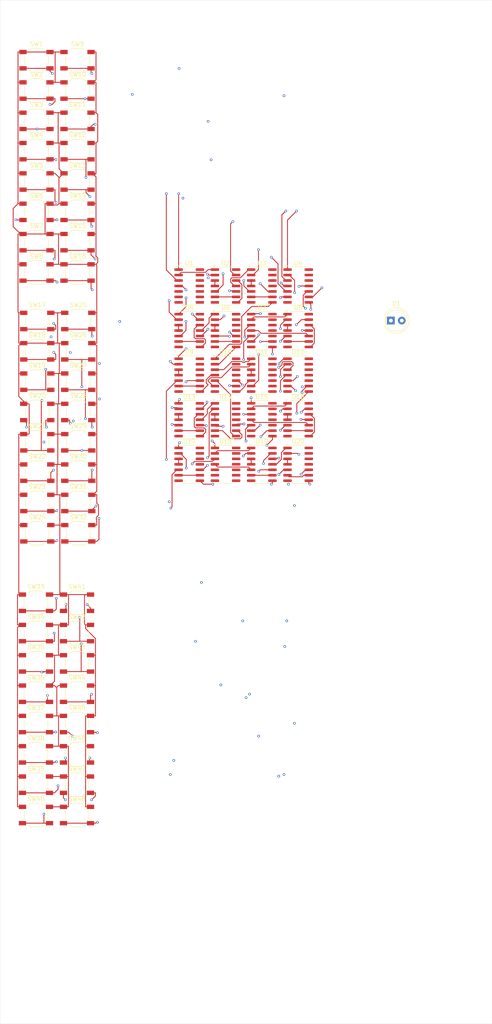
<source format=kicad_pcb>
(kicad_pcb (version 20241229) (generator "pcbnew") (generator_version "9.0")
  (title_block (date "2025-05-23"))
  (layers (0 "F.Cu" signal) (4 "In1.Cu" signal) (6 "In2.Cu" signal) (2 "B.Cu" signal) (13 "F.Paste" user) (15 "B.Paste" user) (5 "F.SilkS" user "F.Silkscreen") (7 "B.SilkS" user "B.Silkscreen") (1 "F.Mask" user) (3 "B.Mask" user) (25 "Edge.Cuts" user))
  (net 0 "")
  (net 1 "GND")
  (net 2 "Net-(D1-K)")
  (net 3 "+3.3V")
  (net 4 "Net-(SW1-B)")
  (net 5 "Net-(SW2-B)")
  (net 6 "Net-(SW3-B)")
  (net 7 "Net-(SW4-B)")
  (net 8 "Net-(SW5-B)")
  (net 9 "Net-(SW6-B)")
  (net 10 "Net-(SW7-B)")
  (net 11 "Net-(SW8-B)")
  (net 12 "Net-(SW9-B)")
  (net 13 "Net-(SW10-B)")
  (net 14 "Net-(SW11-B)")
  (net 15 "Net-(SW12-B)")
  (net 16 "Net-(SW13-B)")
  (net 17 "Net-(SW14-B)")
  (net 18 "Net-(SW15-B)")
  (net 19 "Net-(SW16-B)")
  (net 20 "Net-(SW17-B)")
  (net 21 "Net-(SW18-B)")
  (net 22 "Net-(SW19-B)")
  (net 23 "Net-(SW20-B)")
  (net 24 "Net-(SW21-B)")
  (net 25 "Net-(SW22-B)")
  (net 26 "Net-(SW23-B)")
  (net 27 "Net-(SW24-B)")
  (net 28 "Net-(SW25-B)")
  (net 29 "Net-(SW26-B)")
  (net 30 "Net-(SW27-B)")
  (net 31 "Net-(SW28-B)")
  (net 32 "Net-(SW29-B)")
  (net 33 "Net-(SW30-B)")
  (net 34 "Net-(SW31-B)")
  (net 35 "Net-(SW32-B)")
  (net 36 "Net-(SW33-B)")
  (net 37 "Net-(SW34-B)")
  (net 38 "Net-(SW35-B)")
  (net 39 "Net-(SW36-B)")
  (net 40 "Net-(SW37-B)")
  (net 41 "Net-(SW38-B)")
  (net 42 "Net-(SW39-B)")
  (net 43 "Net-(SW40-B)")
  (net 44 "Net-(SW41-B)")
  (net 45 "Net-(SW42-B)")
  (net 46 "Net-(SW43-B)")
  (net 47 "Net-(SW44-B)")
  (net 48 "Net-(SW45-B)")
  (net 49 "Net-(SW46-B)")
  (net 50 "Net-(SW47-B)")
  (net 51 "Net-(SW48-B)")
  (net 52 "Net-(U10-Pad2)")
  (net 53 "Net-(U15-Pad2)")
  (net 54 "Net-(U1-Pad4)")
  (net 55 "Net-(U2-Pad12)")
  (net 56 "Net-(U2-Pad11)")
  (net 57 "Net-(U3-Pad3)")
  (net 58 "Net-(U4-Pad4)")
  (net 59 "Net-(U4-Pad2)")
  (net 60 "Net-(U4-Pad10)")
  (net 61 "Net-(U4-Pad8)")
  (net 62 "Net-(U4-Pad6)")
  (net 63 "Net-(U5-Pad11)")
  (net 64 "Net-(U5-Pad6)")
  (net 65 "Net-(U5-Pad3)")
  (net 66 "Net-(U5-Pad12)")
  (net 67 "Net-(U6-Pad6)")
  (net 68 "Net-(U6-Pad3)")
  (net 69 "Net-(U7-Pad6)")
  (net 70 "Net-(U7-Pad4)")
  (net 71 "Net-(U7-Pad8)")
  (net 72 "Net-(U8-Pad12)")
  (net 73 "Net-(U8-Pad11)")
  (net 74 "Net-(U10-Pad4)")
  (net 75 "Net-(U9-Pad3)")
  (net 76 "Net-(U10-Pad6)")
  (net 77 "Net-(U10-Pad5)")
  (net 78 "Net-(U10-Pad8)")
  (net 79 "Net-(U10-Pad9)")
  (net 80 "Net-(U10-Pad10)")
  (net 81 "Net-(U11-Pad3)")
  (net 82 "Net-(U12-Pad6)")
  (net 83 "Net-(U12-Pad8)")
  (net 84 "Net-(U12-Pad4)")
  (net 85 "Net-(U13-Pad12)")
  (net 86 "Net-(U13-Pad11)")
  (net 87 "Net-(U14-Pad3)")
  (net 88 "Net-(U15-Pad4)")
  (net 89 "Net-(U15-Pad6)")
  (net 90 "Net-(U15-Pad8)")
  (net 91 "Net-(U1-Pad2)")
  (net 92 "Net-(U2-Pad6)")
  (net 93 "Net-(U16-Pad12)")
  (net 94 "Net-(U2-Pad3)")
  (net 95 "Net-(U16-Pad6)")
  (net 96 "Net-(U16-Pad3)")
  (net 97 "Net-(U3-Pad6)")
  (net 98 "Net-(U16-Pad11)")
  (net 99 "Net-(U17-Pad3)")
  (net 100 "Net-(U17-Pad6)")
  (net 101 "Net-(U7-Pad2)")
  (net 102 "Net-(U8-Pad6)")
  (net 103 "Net-(U10-Pad1)")
  (net 104 "Net-(U18-Pad2)")
  (net 105 "Net-(U8-Pad3)")
  (net 106 "Net-(U19-Pad12)")
  (net 107 "Net-(U9-Pad6)")
  (net 108 "Net-(U10-Pad3)")
  (net 109 "Net-(U19-Pad3)")
  (net 110 "Net-(U12-Pad2)")
  (net 111 "Net-(U19-Pad11)")
  (net 112 "Net-(U13-Pad6)")
  (net 113 "Net-(U13-Pad3)")
  (net 114 "Net-(U20-Pad3)")
  (net 115 "Net-(U20-Pad6)")
  (net 116 "Net-(U14-Pad6)")
  (net 117 "Net-(U18-Pad4)")
  (net 118 "Net-(U19-Pad6)")
  (footprint "Button_Switch_SMD:SW_SPST_TL3342" (layer "F.Cu") (at 32.4 202.95)
    (property "Reference" "SW48")
    (property "Value" "SW_SPST")
  )
  (footprint "Package_SO:SOIC-14_3.9x8.7mm_P1.27mm" (layer "F.Cu") (at 58.525 100.69)
    (property "Reference" "U9")
    (property "Value" "74LS08")
  )
  (footprint "Button_Switch_SMD:SW_SPST_TL3342" (layer "F.Cu") (at 32.52 55.67)
    (property "Reference" "SW13")
    (property "Value" "SW_SPST")
  )
  (footprint "Package_SO:SOIC-14_3.9x8.7mm_P1.27mm" (layer "F.Cu") (at 66.975 100.69)
    (property "Reference" "U10")
    (property "Value" "74LS08")
  )
  (footprint "Button_Switch_SMD:SW_SPST_TL3342" (layer "F.Cu") (at 23.15 88.1)
    (property "Reference" "SW17")
    (property "Value" "SW_SPST")
  )
  (footprint "Button_Switch_SMD:SW_SPST_TL3342" (layer "F.Cu") (at 32.4 195.9)
    (property "Reference" "SW47")
    (property "Value" "SW_SPST")
  )
  (footprint "Button_Switch_SMD:SW_SPST_TL3342" (layer "F.Cu") (at 22.97 34.52)
    (property "Reference" "SW2")
    (property "Value" "SW_SPST")
  )
  (footprint "Package_SO:SOIC-14_3.9x8.7mm_P1.27mm" (layer "F.Cu") (at 75.425 79.96)
    (property "Reference" "U3")
    (property "Value" "74LS08")
  )
  (footprint "Package_SO:SOIC-14_3.9x8.7mm_P1.27mm" (layer "F.Cu") (at 83.875 111.055)
    (property "Reference" "U16")
    (property "Value" "74LS08")
  )
  (footprint "Package_SO:SOIC-14_3.9x8.7mm_P1.27mm" (layer "F.Cu") (at 66.975 111.055)
    (property "Reference" "U14")
    (property "Value" "74LS08")
  )
  (footprint "Button_Switch_SMD:SW_SPST_TL3342" (layer "F.Cu") (at 23.15 102.2)
    (property "Reference" "SW19")
    (property "Value" "SW_SPST")
  )
  (footprint "Button_Switch_SMD:SW_SPST_TL3342" (layer "F.Cu") (at 23.15 130.4)
    (property "Reference" "SW23")
    (property "Value" "SW_SPST")
  )
  (footprint "Button_Switch_SMD:SW_SPST_TL3342" (layer "F.Cu") (at 22.97 62.72)
    (property "Reference" "SW6")
    (property "Value" "SW_SPST")
  )
  (footprint "Package_SO:SOIC-14_3.9x8.7mm_P1.27mm" (layer "F.Cu") (at 83.875 79.96)
    (property "Reference" "U4")
    (property "Value" "74AHC04")
  )
  (footprint "Button_Switch_SMD:SW_SPST_TL3342" (layer "F.Cu") (at 32.7 109.25)
    (property "Reference" "SW28")
    (property "Value" "SW_SPST")
  )
  (footprint "Button_Switch_SMD:SW_SPST_TL3342" (layer "F.Cu") (at 22.85 195.9)
    (property "Reference" "SW39")
    (property "Value" "SW_SPST")
  )
  (footprint "Package_SO:SOIC-14_3.9x8.7mm_P1.27mm" (layer "F.Cu") (at 58.525 121.42)
    (property "Reference" "U17")
    (property "Value" "74LS08")
  )
  (footprint "Package_SO:SOIC-14_3.9x8.7mm_P1.27mm" (layer "F.Cu") (at 58.525 90.325)
    (property "Reference" "U5")
    (property "Value" "74LS08")
  )
  (footprint "Button_Switch_SMD:SW_SPST_TL3342" (layer "F.Cu") (at 32.7 116.3)
    (property "Reference" "SW29")
    (property "Value" "SW_SPST")
  )
  (footprint "Button_Switch_SMD:SW_SPST_TL3342" (layer "F.Cu") (at 22.85 181.8)
    (property "Reference" "SW37")
    (property "Value" "SW_SPST")
  )
  (footprint "Button_Switch_SMD:SW_SPST_TL3342" (layer "F.Cu") (at 32.4 167.7)
    (property "Reference" "SW43")
    (property "Value" "SW_SPST")
  )
  (footprint "Button_Switch_SMD:SW_SPST_TL3342" (layer "F.Cu") (at 32.52 48.62)
    (property "Reference" "SW12")
    (property "Value" "SW_SPST")
  )
  (footprint "Button_Switch_SMD:SW_SPST_TL3342" (layer "F.Cu") (at 23.15 137.45)
    (property "Reference" "SW24")
    (property "Value" "SW_SPST")
  )
  (footprint "Package_SO:SOIC-14_3.9x8.7mm_P1.27mm" (layer "F.Cu") (at 66.975 90.325)
    (property "Reference" "U6")
    (property "Value" "74LS08")
  )
  (footprint "Button_Switch_SMD:SW_SPST_TL3342" (layer "F.Cu") (at 22.85 153.6)
    (property "Reference" "SW33")
    (property "Value" "SW_SPST")
  )
  (footprint "Button_Switch_SMD:SW_SPST_TL3342" (layer "F.Cu") (at 22.97 27.47)
    (property "Reference" "SW1")
    (property "Value" "SW_SPST")
  )
  (footprint "Button_Switch_SMD:SW_SPST_TL3342" (layer "F.Cu") (at 22.97 55.67)
    (property "Reference" "SW5")
    (property "Value" "SW_SPST")
  )
  (footprint "Button_Switch_SMD:SW_SPST_TL3342" (layer "F.Cu") (at 32.7 102.2)
    (property "Reference" "SW27")
    (property "Value" "SW_SPST")
  )
  (footprint "LED_THT:LED_D5.0mm" (layer "F.Cu") (at 105.46 88)
    (property "Reference" "D1")
    (property "Value" "LED")
  )
  (footprint "Button_Switch_SMD:SW_SPST_TL3342" (layer "F.Cu") (at 23.15 123.35)
    (property "Reference" "SW22")
    (property "Value" "SW_SPST")
  )
  (footprint "Package_SO:SOIC-14_3.9x8.7mm_P1.27mm" (layer "F.Cu") (at 58.525 111.055)
    (property "Reference" "U13")
    (property "Value" "74LS08")
  )
  (footprint "Button_Switch_SMD:SW_SPST_TL3342" (layer "F.Cu") (at 32.4 188.85)
    (property "Reference" "SW46")
    (property "Value" "SW_SPST")
  )
  (footprint "Package_SO:SOIC-14_3.9x8.7mm_P1.27mm" (layer "F.Cu") (at 75.425 121.42)
    (property "Reference" "U19")
    (property "Value" "74LS08")
  )
  (footprint "Button_Switch_SMD:SW_SPST_TL3342" (layer "F.Cu") (at 32.52 27.47)
    (property "Reference" "SW9")
    (property "Value" "SW_SPST")
  )
  (footprint "Package_SO:SOIC-14_3.9x8.7mm_P1.27mm" (layer "F.Cu") (at 58.525 79.96)
    (property "Reference" "U1")
    (property "Value" "74AHC04")
  )
  (footprint "Button_Switch_SMD:SW_SPST_TL3342" (layer "F.Cu") (at 32.52 76.82)
    (property "Reference" "SW16")
    (property "Value" "SW_SPST")
  )
  (footprint "Button_Switch_SMD:SW_SPST_TL3342" (layer "F.Cu") (at 32.52 69.77)
    (property "Reference" "SW15")
    (property "Value" "SW_SPST")
  )
  (footprint "Button_Switch_SMD:SW_SPST_TL3342" (layer "F.Cu") (at 32.7 123.35)
    (property "Reference" "SW30")
    (property "Value" "SW_SPST")
  )
  (footprint "Button_Switch_SMD:SW_SPST_TL3342" (layer "F.Cu") (at 23.15 109.25)
    (property "Reference" "SW20")
    (property "Value" "SW_SPST")
  )
  (footprint "Button_Switch_SMD:SW_SPST_TL3342" (layer "F.Cu") (at 22.85 188.85)
    (property "Reference" "SW38")
    (property "Value" "SW_SPST")
  )
  (footprint "Button_Switch_SMD:SW_SPST_TL3342" (layer "F.Cu") (at 22.97 41.57)
    (property "Reference" "SW3")
    (property "Value" "SW_SPST")
  )
  (footprint "Package_SO:SOIC-14_3.9x8.7mm_P1.27mm" (layer "F.Cu") (at 83.875 121.42)
    (property "Reference" "U20")
    (property "Value" "74LS08")
  )
  (footprint "Button_Switch_SMD:SW_SPST_TL3342" (layer "F.Cu") (at 32.7 95.15)
    (property "Reference" "SW26")
    (property "Value" "SW_SPST")
  )
  (footprint "Button_Switch_SMD:SW_SPST_TL3342" (layer "F.Cu") (at 32.4 160.65)
    (property "Reference" "SW42")
    (property "Value" "SW_SPST")
  )
  (footprint "Package_SO:SOIC-14_3.9x8.7mm_P1.27mm" (layer "F.Cu") (at 66.975 121.42)
    (property "Reference" "U18")
    (property "Value" "74AHC04")
  )
  (footprint "Button_Switch_SMD:SW_SPST_TL3342" (layer "F.Cu") (at 32.52 34.52)
    (property "Reference" "SW10")
    (property "Value" "SW_SPST")
  )
  (footprint "Button_Switch_SMD:SW_SPST_TL3342" (layer "F.Cu") (at 23.15 116.3)
    (property "Reference" "SW21")
    (property "Value" "SW_SPST")
  )
  (footprint "Button_Switch_SMD:SW_SPST_TL3342" (layer "F.Cu") (at 22.85 160.65)
    (property "Reference" "SW34")
    (property "Value" "SW_SPST")
  )
  (footprint "Button_Switch_SMD:SW_SPST_TL3342" (layer "F.Cu") (at 32.52 62.72)
    (property "Reference" "SW14")
    (property "Value" "SW_SPST")
  )
  (footprint "Package_SO:SOIC-14_3.9x8.7mm_P1.27mm" (layer "F.Cu") (at 75.425 100.69)
    (property "Reference" "U11")
    (property "Value" "74LS08")
  )
  (footprint "Button_Switch_SMD:SW_SPST_TL3342" (layer "F.Cu") (at 32.7 137.45)
    (property "Reference" "SW32")
    (property "Value" "SW_SPST")
  )
  (footprint "Button_Switch_SMD:SW_SPST_TL3342" (layer "F.Cu") (at 32.7 130.4)
    (property "Reference" "SW31")
    (property "Value" "SW_SPST")
  )
  (footprint "Button_Switch_SMD:SW_SPST_TL3342" (layer "F.Cu") (at 22.97 69.77)
    (property "Reference" "SW7")
    (property "Value" "SW_SPST")
  )
  (footprint "Package_SO:SOIC-14_3.9x8.7mm_P1.27mm" (layer "F.Cu") (at 75.425 111.055)
    (property "Reference" "U15")
    (property "Value" "74AHC04")
  )
  (footprint "Button_Switch_SMD:SW_SPST_TL3342" (layer "F.Cu") (at 32.4 181.8)
    (property "Reference" "SW45")
    (property "Value" "SW_SPST")
  )
  (footprint "Button_Switch_SMD:SW_SPST_TL3342" (layer "F.Cu") (at 22.85 202.95)
    (property "Reference" "SW40")
    (property "Value" "SW_SPST")
  )
  (footprint "Package_SO:SOIC-14_3.9x8.7mm_P1.27mm" (layer "F.Cu") (at 83.875 100.69)
    (property "Reference" "U12")
    (property "Value" "74AHC04")
  )
  (footprint "Package_SO:SOIC-14_3.9x8.7mm_P1.27mm" (layer "F.Cu") (at 83.875 90.325)
    (property "Reference" "U8")
    (property "Value" "74LS08")
  )
  (footprint "Button_Switch_SMD:SW_SPST_TL3342" (layer "F.Cu") (at 22.97 76.82)
    (property "Reference" "SW8")
    (property "Value" "SW_SPST")
  )
  (footprint "Button_Switch_SMD:SW_SPST_TL3342" (layer "F.Cu") (at 32.7 88.1)
    (property "Reference" "SW25")
    (property "Value" "SW_SPST")
  )
  (footprint "Button_Switch_SMD:SW_SPST_TL3342" (layer "F.Cu") (at 32.4 153.6)
    (property "Reference" "SW41")
    (property "Value" "SW_SPST")
  )
  (footprint "Package_SO:SOIC-14_3.9x8.7mm_P1.27mm" (layer "F.Cu") (at 75.425 90.325)
    (property "Reference" "U7")
    (property "Value" "74AHC04")
  )
  (footprint "Button_Switch_SMD:SW_SPST_TL3342" (layer "F.Cu") (at 22.97 48.62)
    (property "Reference" "SW4")
    (property "Value" "SW_SPST")
  )
  (footprint "Button_Switch_SMD:SW_SPST_TL3342" (layer "F.Cu") (at 22.85 167.7)
    (property "Reference" "SW35")
    (property "Value" "SW_SPST")
  )
  (footprint "Button_Switch_SMD:SW_SPST_TL3342" (layer "F.Cu") (at 32.4 174.75)
    (property "Reference" "SW44")
    (property "Value" "SW_SPST")
  )
  (footprint "Package_SO:SOIC-14_3.9x8.7mm_P1.27mm" (layer "F.Cu") (at 66.975 79.96)
    (property "Reference" "U2")
    (property "Value" "74LS08")
  )
  (footprint "Button_Switch_SMD:SW_SPST_TL3342" (layer "F.Cu") (at 32.52 41.57)
    (property "Reference" "SW11")
    (property "Value" "SW_SPST")
  )
  (footprint "Button_Switch_SMD:SW_SPST_TL3342" (layer "F.Cu") (at 23.15 95.15)
    (property "Reference" "SW18")
    (property "Value" "SW_SPST")
  )
  (footprint "Button_Switch_SMD:SW_SPST_TL3342" (layer "F.Cu") (at 22.85 174.75)
    (property "Reference" "SW36")
    (property "Value" "SW_SPST")
  )
  (gr_rect (start 14.5 13.5) (end 129 251.5) (stroke (width 0.05)) (fill no) (layer "Edge.Cuts"))
  (segment (start 72.95 103.23) (end 73.305 103.23) (width 0.2) (layer "F.Cu") (net 2))
  (segment (start 74.6926 101.8424) (end 74.6926 95.8738) (width 0.2) (layer "F.Cu") (net 2))
  (segment (start 73.305 103.23) (end 74.6926 101.8424) (width 0.2) (layer "F.Cu") (net 2))
  (via (at 74.6926 95.8738) (size 0.6) (drill 0.3) (layers "F.Cu" "B.Cu") (net 2))
  (segment (start 34.3983 179.9) (end 34.3983 186.9485) (width 0.2) (layer "F.Cu") (net 3))
  (segment (start 37.0017 134.3275) (end 37.0017 135.55) (width 0.2) (layer "F.Cu") (net 3))
  (segment (start 37.4026 130.8691) (end 37.4026 133.2506) (width 0.2) (layer "F.Cu") (net 3))
  (segment (start 27.3115 32.62) (end 27.3115 25.57) (width 0.2) (layer "F.Cu") (net 3))
  (segment (start 19.7 151.7) (end 19.1242 151.7) (width 0.2) (layer "F.Cu") (net 3))
  (segment (start 30.4002 194) (end 30.4017 193.9985) (width 0.2) (layer "F.Cu") (net 3))
  (segment (start 18.6691 46.72) (end 18.6683 46.7192) (width 0.2) (layer "F.Cu") (net 3))
  (segment (start 18.5483 179.8985) (end 18.5498 179.9) (width 0.2) (layer "F.Cu") (net 3))
  (segment (start 30.4276 151.7) (end 34.3983 151.7) (width 0.2) (layer "F.Cu") (net 3))
  (segment (start 27.7542 121.45) (end 27.9315 121.45) (width 0.2) (layer "F.Cu") (net 3))
  (segment (start 28.085 158.75) (end 28.085 165.8) (width 0.2) (layer "F.Cu") (net 3))
  (segment (start 27.1517 172.85) (end 27.5526 173.2509) (width 0.2) (layer "F.Cu") (net 3))
  (segment (start 19.7 194) (end 18.5498 194) (width 0.2) (layer "F.Cu") (net 3))
  (segment (start 35.55 179.9) (end 34.3983 179.9) (width 0.2) (layer "F.Cu") (net 3))
  (segment (start 29.25 201.05) (end 26 201.05) (width 0.2) (layer "F.Cu") (net 3))
  (segment (start 36.7002 172.85) (end 36.7017 172.85) (width 0.2) (layer "F.Cu") (net 3))
  (segment (start 29.25 172.85) (end 28.0983 172.85) (width 0.2) (layer "F.Cu") (net 3))
  (segment (start 27.6974 173.2509) (end 28.0983 172.85) (width 0.2) (layer "F.Cu") (net 3))
  (segment (start 19.82 46.72) (end 18.6691 46.72) (width 0.2) (layer "F.Cu") (net 3))
  (segment (start 35.55 194) (end 34.3998 194) (width 0.2) (layer "F.Cu") (net 3))
  (segment (start 28.1111 107.35) (end 29.55 107.35) (width 0.2) (layer "F.Cu") (net 3))
  (segment (start 36.8217 46.72) (end 37.2226 46.3191) (width 0.2) (layer "F.Cu") (net 3))
  (segment (start 36.8217 39.67) (end 36.8217 32.62) (width 0.2) (layer "F.Cu") (net 3))
  (segment (start 30.4017 158.75) (end 30.4276 158.7241) (width 0.2) (layer "F.Cu") (net 3))
  (segment (start 36.4214 54.2292) (end 36.774 53.8766) (width 0.2) (layer "F.Cu") (net 3))
  (segment (start 29.25 201.05) (end 30.4017 201.05) (width 0.2) (layer "F.Cu") (net 3))
  (segment (start 28.2729 54.7712) (end 27.2717 53.77) (width 0.2) (layer "F.Cu") (net 3))
  (segment (start 19.1242 158.75) (end 18.5483 158.75) (width 0.2) (layer "F.Cu") (net 3))
  (segment (start 35.55 172.85) (end 36.6009 172.85) (width 0.2) (layer "F.Cu") (net 3))
  (segment (start 29.55 93.25) (end 28.2717 93.25) (width 0.2) (layer "F.Cu") (net 3))
  (segment (start 18.6683 25.57) (end 18.6683 32.62) (width 0.2) (layer "F.Cu") (net 3))
  (segment (start 26.3 93.25) (end 20 93.25) (width 0.2) (layer "F.Cu") (net 3))
  (segment (start 26.3 128.5) (end 27.7542 128.5) (width 0.2) (layer "F.Cu") (net 3))
  (segment (start 27.8882 86.2) (end 29.55 86.2) (width 0.2) (layer "F.Cu") (net 3))
  (segment (start 35.67 53.77) (end 36.8217 53.77) (width 0.2) (layer "F.Cu") (net 3))
  (segment (start 35.85 114.4) (end 37.0017 114.4) (width 0.2) (layer "F.Cu") (net 3))
  (segment (start 26 172.85) (end 26.1836 172.85) (width 0.2) (layer "F.Cu") (net 3))
  (segment (start 27.9315 121.45) (end 29.55 121.45) (width 0.2) (layer "F.Cu") (net 3))
  (segment (start 18.8483 151.4241) (end 18.8483 135.5515) (width 0.2) (layer "F.Cu") (net 3))
  (segment (start 35.55 165.8) (end 36.6009 165.8) (width 0.2) (layer "F.Cu") (net 3))
  (segment (start 20 100.3) (end 18.8483 100.3) (width 0.2) (layer "F.Cu") (net 3))
  (segment (start 26.3 107.35) (end 27.9315 107.35) (width 0.2) (layer "F.Cu") (net 3))
  (segment (start 18.6683 86.02) (end 18.8483 86.2) (width 0.2) (layer "F.Cu") (net 3))
  (segment (start 19.82 53.77) (end 18.6683 53.77) (width 0.2) (layer "F.Cu") (net 3))
  (segment (start 21.1517 114.4) (end 21.2687 114.283) (width 0.2) (layer "F.Cu") (net 3))
  (segment (start 20.5759 107.35) (end 21.1517 107.35) (width 0.2) (layer "F.Cu") (net 3))
  (segment (start 27.9315 114.4) (end 26.3 114.4) (width 0.2) (layer "F.Cu") (net 3))
  (segment (start 28.0112 46.72) (end 28.2183 46.72) (width 0.2) (layer "F.Cu") (net 3))
  (segment (start 27.7542 128.5) (end 27.7542 121.45) (width 0.2) (layer "F.Cu") (net 3))
  (segment (start 20 121.45) (end 18.8483 121.45) (width 0.2) (layer "F.Cu") (net 3))
  (segment (start 27.8961 61.1217) (end 28.1978 60.82) (width 0.2) (layer "F.Cu") (net 3))
  (segment (start 35.85 93.25) (end 36.4259 93.25) (width 0.2) (layer "F.Cu") (net 3))
  (segment (start 27.9315 121.45) (end 27.9315 114.4) (width 0.2) (layer "F.Cu") (net 3))
  (segment (start 26.12 32.62) (end 27.3115 32.62) (width 0.2) (layer "F.Cu") (net 3))
  (segment (start 30.4017 201.05) (end 30.4017 194) (width 0.2) (layer "F.Cu") (net 3))
  (segment (start 36.8217 60.82) (end 36.8217 67.87) (width 0.2) (layer "F.Cu") (net 3))
  (segment (start 19.2442 67.87) (end 18.6683 67.87) (width 0.2) (layer "F.Cu") (net 3))
  (segment (start 26.3 100.3) (end 28.1111 100.3) (width 0.2) (layer "F.Cu") (net 3))
  (segment (start 18.6683 32.6215) (end 18.6698 32.62) (width 0.2) (layer "F.Cu") (net 3))
  (segment (start 37.0017 93.8258) (end 37.0017 100.3) (width 0.2) (layer "F.Cu") (net 3))
  (segment (start 35.55 151.7) (end 34.3983 151.7) (width 0.2) (layer "F.Cu") (net 3))
  (segment (start 28.2717 93.25) (end 27.8882 93.25) (width 0.2) (layer "F.Cu") (net 3))
  (segment (start 28.2717 100.3) (end 28.2717 93.25) (width 0.2) (layer "F.Cu") (net 3))
  (segment (start 18.8483 135.55) (end 18.8483 128.5015) (width 0.2) (layer "F.Cu") (net 3))
  (segment (start 35.55 158.75) (end 34.3983 158.75) (width 0.2) (layer "F.Cu") (net 3))
  (segment (start 26 158.75) (end 28.085 158.75) (width 0.2) (layer "F.Cu") (net 3))
  (segment (start 18.8483 128.5) (end 18.8483 121.45) (width 0.2) (layer "F.Cu") (net 3))
  (segment (start 20 93.25) (end 19.4242 93.25) (width 0.2) (layer "F.Cu") (net 3))
  (segment (start 19.82 67.87) (end 20.9717 67.87) (width 0.2) (layer "F.Cu") (net 3))
  (segment (start 36.4214 54.2969) (end 36.4214 54.2292) (width 0.2) (layer "F.Cu") (net 3))
  (segment (start 26.12 46.72) (end 28.0112 46.72) (width 0.2) (layer "F.Cu") (net 3))
  (segment (start 18.5483 151.7) (end 18.5483 158.75) (width 0.2) (layer "F.Cu") (net 3))
  (segment (start 34.3983 186.95) (end 34.3983 194) (width 0.2) (layer "F.Cu") (net 3))
  (segment (start 28.2717 100.3) (end 29.55 100.3) (width 0.2) (layer "F.Cu") (net 3))
  (segment (start 37.2226 40.0709) (end 36.8217 39.67) (width 0.2) (layer "F.Cu") (net 3))
  (segment (start 36.8217 54.5771) (end 36.5999 54.3553) (width 0.2) (layer "F.Cu") (net 3))
  (segment (start 36.8202 53.8305) (end 36.8202 53.7716) (width 0.2) (layer "F.Cu") (net 3))
  (segment (start 34.3983 201.05) (end 34.3983 194.0015) (width 0.2) (layer "F.Cu") (net 3))
  (segment (start 26.1836 172.85) (end 27.1517 172.85) (width 0.2) (layer "F.Cu") (net 3))
  (segment (start 28.0112 39.67) (end 28.0112 46.72) (width 0.2) (layer "F.Cu") (net 3))
  (segment (start 35.85 128.5) (end 36.1456 128.5) (width 0.2) (layer "F.Cu") (net 3))
  (segment (start 19.82 67.87) (end 19.2442 67.87) (width 0.2) (layer "F.Cu") (net 3))
  (segment (start 27.8882 93.25) (end 27.8882 86.2) (width 0.2) (layer "F.Cu") (net 3))
  (segment (start 35.85 107.35) (end 37.0017 107.35) (width 0.2) (layer "F.Cu") (net 3))
  (segment (start 28.3983 135.55) (end 28.3983 128.5) (width 0.2) (layer "F.Cu") (net 3))
  (segment (start 18.6683 60.82) (end 18.6683 53.77) (width 0.2) (layer "F.Cu") (net 3))
  (segment (start 18.8483 135.5515) (end 18.8498 135.55) (width 0.2) (layer "F.Cu") (net 3))
  (segment (start 26 179.9) (end 27.6974 179.9) (width 0.2) (layer "F.Cu") (net 3))
  (segment (start 37.0018 130.4683) (end 37.4026 130.8691) (width 0.2) (layer "F.Cu") (net 3))
  (segment (start 36.1456 128.5) (end 37.0017 128.5) (width 0.2) (layer "F.Cu") (net 3))
  (segment (start 37.0017 93.25) (end 37.0017 86.2) (width 0.2) (layer "F.Cu") (net 3))
  (segment (start 18.6683 53.77) (end 18.6683 46.72) (width 0.2) (layer "F.Cu") (net 3))
  (segment (start 34.1413 151.957) (end 34.1413 158.493) (width 0.2) (layer "F.Cu") (net 3))
  (segment (start 29.25 179.9) (end 28.0983 179.9) (width 0.2) (layer "F.Cu") (net 3))
  (segment (start 26 194) (end 29.25 194) (width 0.2) (layer "F.Cu") (net 3))
  (segment (start 36.7017 172.8515) (end 36.7017 179.9) (width 0.2) (layer "F.Cu") (net 3))
  (segment (start 36.2459 32.62) (end 36.8217 32.62) (width 0.2) (layer "F.Cu") (net 3))
  (segment (start 18.8483 105.6224) (end 18.8483 100.3) (width 0.2) (layer "F.Cu") (net 3))
  (segment (start 37.0017 128.5) (end 37.0017 130.4683) (width 0.2) (layer "F.Cu") (net 3))
  (segment (start 26.12 60.82) (end 26.4217 61.1217) (width 0.2) (layer "F.Cu") (net 3))
  (segment (start 29.37 46.72) (end 28.2183 46.72) (width 0.2) (layer "F.Cu") (net 3))
  (segment (start 18.8483 128.5015) (end 18.8498 128.5) (width 0.2) (layer "F.Cu") (net 3))
  (segment (start 35.85 135.55) (end 37.0017 135.55) (width 0.2) (layer "F.Cu") (net 3))
  (segment (start 36.1456 128.5) (end 37.0017 127.6439) (width 0.2) (layer "F.Cu") (net 3))
  (segment (start 20 135.55) (end 18.8498 135.55) (width 0.2) (layer "F.Cu") (net 3))
  (segment (start 18.6683 39.67) (end 18.6683 32.6215) (width 0.2) (layer "F.Cu") (net 3))
  (segment (start 36.8217 53.7701) (end 36.8217 53.77) (width 0.2) (layer "F.Cu") (net 3))
  (segment (start 36.2459 32.62) (end 36.8217 32.0442) (width 0.2) (layer "F.Cu") (net 3))
  (segment (start 26.12 60.82) (end 24.9683 60.82) (width 0.2) (layer "F.Cu") (net 3))
  (segment (start 20 86.2) (end 18.8483 86.2) (width 0.2) (layer "F.Cu") (net 3))
  (segment (start 19.7 201.05) (end 18.5483 201.05) (width 0.2) (layer "F.Cu") (net 3))
  (segment (start 18.5491 165.8) (end 18.5483 165.8) (width 0.2) (layer "F.Cu") (net 3))
  (segment (start 35.67 74.92) (end 36.8217 74.92) (width 0.2) (layer "F.Cu") (net 3))
  (segment (start 27.164 171.8696) (end 27.164 165.8) (width 0.2) (layer "F.Cu") (net 3))
  (segment (start 36.6009 172.85) (end 36.7002 172.85) (width 0.2) (layer "F.Cu") (net 3))
  (segment (start 37.2226 74.5191) (end 37.2226 73.4358) (width 0.2) (layer "F.Cu") (net 3))
  (segment (start 30.4276 158.7241) (end 30.4276 151.7) (width 0.2) (layer "F.Cu") (net 3))
  (segment (start 26.3 121.45) (end 27.7542 121.45) (width 0.2) (layer "F.Cu") (net 3))
  (segment (start 36.9136 134.2394) (end 37.0017 134.3275) (width 0.2) (layer "F.Cu") (net 3))
  (segment (start 35.85 100.3) (end 37.0017 100.3) (width 0.2) (layer "F.Cu") (net 3))
  (segment (start 27.7542 128.5) (end 28.3983 128.5) (width 0.2) (layer "F.Cu") (net 3))
  (segment (start 37.0017 127.6439) (end 37.0017 121.45) (width 0.2) (layer "F.Cu") (net 3))
  (segment (start 36.8217 60.82) (end 36.8217 54.5771) (width 0.2) (layer "F.Cu") (net 3))
  (segment (start 20 114.4) (end 18.8483 114.4) (width 0.2) (layer "F.Cu") (net 3))
  (segment (start 19.7 186.95) (end 18.5498 186.95) (width 0.2) (layer "F.Cu") (net 3))
  (segment (start 19.4242 93.25) (end 18.8483 93.25) (width 0.2) (layer "F.Cu") (net 3))
  (segment (start 18.6698 32.62) (end 18.6683 32.62) (width 0.2) (layer "F.Cu") (net 3))
  (segment (start 28.0983 186.95) (end 26 186.95) (width 0.2) (layer "F.Cu") (net 3))
  (segment (start 27.9315 107.35) (end 27.9315 114.4) (width 0.2) (layer "F.Cu") (net 3))
  (segment (start 17.5439 66.1697) (end 17.5439 61.9444) (width 0.2) (layer "F.Cu") (net 3))
  (segment (start 37.2226 46.3191) (end 37.2226 40.0709) (width 0.2) (layer "F.Cu") (net 3))
  (segment (start 28.085 158.75) (end 29.25 158.75) (width 0.2) (layer "F.Cu") (net 3))
  (segment (start 21.2687 114.283) (end 21.2687 107.467) (width 0.2) (layer "F.Cu") (net 3))
  (segment (start 19.82 74.92) (end 18.6683 74.92) (width 0.2) (layer "F.Cu") (net 3))
  (segment (start 26.12 74.92) (end 28.0977 74.92) (width 0.2) (layer "F.Cu") (net 3))
  (segment (start 36.7002 165.8) (end 36.7017 165.7985) (width 0.2) (layer "F.Cu") (net 3))
  (segment (start 28.1978 54.8463) (end 28.2729 54.7712) (width 0.2) (layer "F.Cu") (net 3))
  (segment (start 27.164 165.8) (end 28.085 165.8) (width 0.2) (layer "F.Cu") (net 3))
  (segment (start 27.5526 173.2509) (end 27.6974 173.2509) (width 0.2) (layer "F.Cu") (net 3))
  (segment (start 18.6683 46.7192) (end 18.6683 39.67) (width 0.2) (layer "F.Cu") (net 3))
  (segment (start 27.6974 179.9) (end 27.6974 173.2509) (width 0.2) (layer "F.Cu") (net 3))
  (segment (start 27.3115 32.62) (end 29.37 32.62) (width 0.2) (layer "F.Cu") (net 3))
  (segment (start 19.1242 151.7) (end 18.8483 151.4241) (width 0.2) (layer "F.Cu") (net 3))
  (segment (start 19.82 60.82) (end 18.6683 60.82) (width 0.2) (layer "F.Cu") (net 3))
  (segment (start 34.3983 186.9485) (end 34.3998 186.95) (width 0.2) (layer "F.Cu") (net 3))
  (segment (start 19.82 25.57) (end 26.12 25.57) (width 0.2) (layer "F.Cu") (net 3))
  (segment (start 28.1978 60.82) (end 28.1978 54.8463) (width 0.2) (layer "F.Cu") (net 3))
  (segment (start 37.0017 107.35) (end 37.0017 100.3) (width 0.2) (layer "F.Cu") (net 3))
  (segment (start 29.2741 53.77) (end 29.37 53.77) (width 0.2) (layer "F.Cu") (net 3))
  (segment (start 37.0017 107.35) (end 37.0017 114.4) (width 0.2) (layer "F.Cu") (net 3))
  (segment (start 20 107.35) (end 20.5759 107.35) (width 0.2) (layer "F.Cu") (net 3))
  (segment (start 35.55 186.95) (end 34.3998 186.95) (width 0.2) (layer "F.Cu") (net 3))
  (segment (start 24.9683 67.87) (end 24.9683 60.82) (width 0.2) (layer "F.Cu") (net 3))
  (segment (start 20 128.5) (end 18.8498 128.5) (width 0.2) (layer "F.Cu") (net 3))
  (segment (start 36.8202 53.7716) (end 36.8217 53.7701) (width 0.2) (layer "F.Cu") (net 3))
  (segment (start 36.8217 74.92) (end 37.2226 74.5191) (width 0.2) (layer "F.Cu") (net 3))
  (segment (start 37.4026 133.2506) (end 36.9136 133.7396) (width 0.2) (layer "F.Cu") (net 3))
  (segment (start 19.7 172.85) (end 18.5483 172.85) (width 0.2) (layer "F.Cu") (net 3))
  (segment (start 36.8217 74.92) (end 37.0017 75.1) (width 0.2) (layer "F.Cu") (net 3))
  (segment (start 29.25 151.7) (end 30.4276 151.7) (width 0.2) (layer "F.Cu") (net 3))
  (segment (start 18.5483 194) (end 18.5483 186.95) (width 0.2) (layer "F.Cu") (net 3))
  (segment (start 35.67 60.82) (end 36.8217 60.82) (width 0.2) (layer "F.Cu") (net 3))
  (segment (start 21.2687 107.467) (end 21.1517 107.35) (width 0.2) (layer "F.Cu") (net 3))
  (segment (start 29.25 158.75) (end 30.4017 158.75) (width 0.2) (layer "F.Cu") (net 3))
  (segment (start 36.7017 165.7985) (end 36.7017 161.925) (width 0.2) (layer "F.Cu") (net 3))
  (segment (start 34.3998 194) (end 34.3983 194) (width 0.2) (layer "F.Cu") (net 3))
  (segment (start 35.55 179.9) (end 36.7017 179.9) (width 0.2) (layer "F.Cu") (net 3))
  (segment (start 18.5483 186.9485) (end 18.5498 186.95) (width 0.2) (layer "F.Cu") (net 3))
  (segment (start 34.3983 159.6216) (end 34.3983 158.75) (width 0.2) (layer "F.Cu") (net 3))
  (segment (start 18.5498 186.95) (end 18.5483 186.95) (width 0.2) (layer "F.Cu") (net 3))
  (segment (start 28.1111 100.3) (end 28.2717 100.3) (width 0.2) (layer "F.Cu") (net 3))
  (segment (start 36.4798 54.3553) (end 36.4214 54.2969) (width 0.2) (layer "F.Cu") (net 3))
  (segment (start 34.3983 194.0015) (end 34.3998 194) (width 0.2) (layer "F.Cu") (net 3))
  (segment (start 34.1413 158.493) (end 34.3983 158.75) (width 0.2) (layer "F.Cu") (net 3))
  (segment (start 19.4242 93.25) (end 18.8483 93.8259) (width 0.2) (layer "F.Cu") (net 3))
  (segment (start 27.9315 107.35) (end 28.1111 107.35) (width 0.2) (layer "F.Cu") (net 3))
  (segment (start 37.0017 114.4) (end 37.0017 121.45) (width 0.2) (layer "F.Cu") (net 3))
  (segment (start 20.5759 107.35) (end 18.8483 105.6224) (width 0.2) (layer "F.Cu") (net 3))
  (segment (start 29.55 114.4) (end 27.9315 114.4) (width 0.2) (layer "F.Cu") (net 3))
  (segment (start 18.6683 74.92) (end 18.6683 86.02) (width 0.2) (layer "F.Cu") (net 3))
  (segment (start 36.9136 133.7396) (end 36.9136 134.2394) (width 0.2) (layer "F.Cu") (net 3))
  (segment (start 18.5483 172.85) (end 18.5483 179.8985) (width 0.2) (layer "F.Cu") (net 3))
  (segment (start 29.25 186.95) (end 30.4017 186.95) (width 0.2) (layer "F.Cu") (net 3))
  (segment (start 19.7 179.9) (end 18.5498 179.9) (width 0.2) (layer "F.Cu") (net 3))
  (segment (start 18.8483 93.8259) (end 18.8483 100.3) (width 0.2) (layer "F.Cu") (net 3))
  (segment (start 28.2729 54.7712) (end 29.2741 53.77) (width 0.2) (layer "F.Cu") (net 3))
  (segment (start 26.1836 172.85) (end 27.164 171.8696) (width 0.2) (layer "F.Cu") (net 3))
  (segment (start 18.8483 86.2) (end 18.8483 93.25) (width 0.2) (layer "F.Cu") (net 3))
  (segment (start 20.9717 67.87) (end 24.9683 67.87) (width 0.2) (layer "F.Cu") (net 3))
  (segment (start 35.67 46.72) (end 36.8217 46.72) (width 0.2) (layer "F.Cu") (net 3))
  (segment (start 19.2442 67.87) (end 17.5439 66.1697) (width 0.2) (layer "F.Cu") (net 3))
  (segment (start 36.7741 53.8766) (end 36.8202 53.8305) (width 0.2) (layer "F.Cu") (net 3))
  (segment (start 36.8218 73.035) (end 36.8217 73.035) (width 0.2) (layer "F.Cu") (net 3))
  (segment (start 19.1242 158.75) (end 18.5483 159.3259) (width 0.2) (layer "F.Cu") (net 3))
  (segment (start 36.5999 54.3553) (end 36.4798 54.3553) (width 0.2) (layer "F.Cu") (net 3))
  (segment (start 29.37 39.67) (end 28.0112 39.67) (width 0.2) (layer "F.Cu") (net 3))
  (segment (start 19.7 158.75) (end 19.1242 158.75) (width 0.2) (layer "F.Cu") (net 3))
  (segment (start 36.8217 32.0442) (end 36.8217 25.57) (width 0.2) (layer "F.Cu") (net 3))
  (segment (start 20 114.4) (end 21.1517 114.4) (width 0.2) (layer "F.Cu") (net 3))
  (segment (start 29.25 186.95) (end 28.0983 186.95) (width 0.2) (layer "F.Cu") (net 3))
  (segment (start 18.6691 46.72) (end 18.6683 46.72) (width 0.2) (layer "F.Cu") (net 3))
  (segment (start 18.5483 201.05) (end 18.5483 194.0015) (width 0.2) (layer "F.Cu") (net 3))
  (segment (start 37.0017 75.1) (end 37.0017 86.2) (width 0.2) (layer "F.Cu") (net 3))
  (segment (start 26.12 67.87) (end 28.0977 67.87) (width 0.2) (layer "F.Cu") (net 3))
  (segment (start 26.12 25.57) (end 27.3115 25.57) (width 0.2) (layer "F.Cu") (net 3))
  (segment (start 36.7002 165.8) (end 36.7017 165.8) (width 0.2) (layer "F.Cu") (net 3))
  (segment (start 28.3983 128.5) (end 29.55 128.5) (width 0.2) (layer "F.Cu") (net 3))
  (segment (start 28.0977 67.87) (end 29.37 67.87) (width 0.2) (layer "F.Cu") (net 3))
  (segment (start 18.5491 165.8) (end 18.5483 165.8008) (width 0.2) (layer "F.Cu") (net 3))
  (segment (start 30.4002 194) (end 30.4017 194) (width 0.2) (layer "F.Cu") (net 3))
  (segment (start 18.8498 128.5) (end 18.8483 128.5) (width 0.2) (layer "F.Cu") (net 3))
  (segment (start 26 151.7) (end 28.3983 151.7) (width 0.2) (layer "F.Cu") (net 3))
  (segment (start 37.0017 130.4683) (end 37.0018 130.4683) (width 0.2) (layer "F.Cu") (net 3))
  (segment (start 35.85 86.2) (end 37.0017 86.2) (width 0.2) (layer "F.Cu") (net 3))
  (segment (start 29.55 135.55) (end 28.3983 135.55) (width 0.2) (layer "F.Cu") (net 3))
  (segment (start 36.7017 161.925) (end 34.3983 159.6216) (width 0.2) (layer "F.Cu") (net 3))
  (segment (start 26 165.8) (end 27.164 165.8) (width 0.2) (layer "F.Cu") (net 3))
  (segment (start 18.5483 194.0015) (end 18.5498 194) (width 0.2) (layer "F.Cu") (net 3))
  (segment (start 26.12 67.87) (end 25.0692 67.87) (width 0.2) (layer "F.Cu") (net 3))
  (segment (start 19.1242 151.7) (end 18.5483 151.7) (width 0.2) (layer "F.Cu") (net 3))
  (segment (start 28.3983 135.55) (end 28.3983 151.7) (width 0.2) (layer "F.Cu") (net 3))
  (segment (start 35.55 201.05) (end 34.3983 201.05) (width 0.2) (layer "F.Cu") (net 3))
  (segment (start 36.6009 165.8) (end 36.7002 165.8) (width 0.2) (layer "F.Cu") (net 3))
  (segment (start 18.5483 179.9) (end 18.5483 186.9485) (width 0.2) (layer "F.Cu") (net 3))
  (segment (start 28.3983 151.7) (end 29.25 151.7) (width 0.2) (layer "F.Cu") (net 3))
  (segment (start 27.3115 25.57) (end 29.37 25.57) (width 0.2) (layer "F.Cu") (net 3))
  (segment (start 28.0977 74.92) (end 29.37 74.92) (width 0.2) (layer "F.Cu") (net 3))
  (segment (start 18.5483 159.3259) (end 18.5483 165.8) (width 0.2) (layer "F.Cu") (net 3))
  (segment (start 34.3998 186.95) (end 34.3983 186.95) (width 0.2) (layer "F.Cu") (net 3))
  (segment (start 36.7002 172.85) (end 36.7017 172.8515) (width 0.2) (layer "F.Cu") (net 3))
  (segment (start 35.67 32.62) (end 36.2459 32.62) (width 0.2) (layer "F.Cu") (net 3))
  (segment (start 27.6974 179.9) (end 28.0983 179.9) (width 0.2) (layer "F.Cu") (net 3))
  (segment (start 24.9683 67.87) (end 25.0692 67.87) (width 0.2) (layer "F.Cu") (net 3))
  (segment (start 36.7017 172.85) (end 36.7017 165.8) (width 0.2) (layer "F.Cu") (net 3))
  (segment (start 26.12 53.77) (end 27.2717 53.77) (width 0.2) (layer "F.Cu") (net 3))
  (segment (start 26.4217 61.1217) (end 27.8961 61.1217) (width 0.2) (layer "F.Cu") (net 3))
  (segment (start 34.3983 151.7) (end 34.1413 151.957) (width 0.2) (layer "F.Cu") (net 3))
  (segment (start 28.2183 52.7142) (end 29.2741 53.77) (width 0.2) (layer "F.Cu") (net 3))
  (segment (start 28.0983 179.9) (end 28.0983 186.95) (width 0.2) (layer "F.Cu") (net 3))
  (segment (start 36.8217 73.035) (end 36.8217 67.87) (width 0.2) (layer "F.Cu") (net 3))
  (segment (start 28.0977 74.92) (end 28.0977 67.87) (width 0.2) (layer "F.Cu") (net 3))
  (segment (start 19.7 165.8) (end 18.5491 165.8) (width 0.2) (layer "F.Cu") (net 3))
  (segment (start 18.8483 121.45) (end 18.8483 114.4) (width 0.2) (layer "F.Cu") (net 3))
  (segment (start 19.82 32.62) (end 18.6698 32.62) (width 0.2) (layer "F.Cu") (net 3))
  (segment (start 28.3983 135.55) (end 26.3 135.55) (width 0.2) (layer "F.Cu") (net 3))
  (segment (start 18.5498 194) (end 18.5483 194) (width 0.2) (layer "F.Cu") (net 3))
  (segment (start 36.774 53.8766) (end 36.7741 53.8766) (width 0.2) (layer "F.Cu") (net 3))
  (segment (start 35.67 39.67) (end 36.8217 39.67) (width 0.2) (layer "F.Cu") (net 3))
  (segment (start 35.67 74.92) (end 29.37 74.92) (width 0.2) (layer "F.Cu") (net 3))
  (segment (start 35.67 67.87) (end 36.8217 67.87) (width 0.2) (layer "F.Cu") (net 3))
  (segment (start 36.8217 53.77) (end 36.8217 46.72) (width 0.2) (layer "F.Cu") (net 3))
  (segment (start 28.0112 39.67) (end 26.12 39.67) (width 0.2) (layer "F.Cu") (net 3))
  (segment (start 29.25 194) (end 30.4002 194) (width 0.2) (layer "F.Cu") (net 3))
  (segment (start 28.2183 46.72) (end 28.2183 52.7142) (width 0.2) (layer "F.Cu") (net 3))
  (segment (start 29.37 60.82) (end 28.1978 60.82) (width 0.2) (layer "F.Cu") (net 3))
  (segment (start 19.82 25.57) (end 18.6683 25.57) (width 0.2) (layer "F.Cu") (net 3))
  (segment (start 26.3 86.2) (end 27.8882 86.2) (width 0.2) (layer "F.Cu") (net 3))
  (segment (start 35.67 25.57) (end 36.8217 25.57) (width 0.2) (layer "F.Cu") (net 3))
  (segment (start 28.1111 107.35) (end 28.1111 100.3) (width 0.2) (layer "F.Cu") (net 3))
  (segment (start 36.4259 93.25) (end 37.0017 93.8258) (width 0.2) (layer "F.Cu") (net 3))
  (segment (start 18.5483 165.8008) (end 18.5483 172.85) (width 0.2) (layer "F.Cu") (net 3))
  (segment (start 18.6683 67.87) (end 18.6683 74.92) (width 0.2) (layer "F.Cu") (net 3))
  (segment (start 36.4259 93.25) (end 37.0017 93.25) (width 0.2) (layer "F.Cu") (net 3))
  (segment (start 37.2226 73.4358) (end 36.8218 73.035) (width 0.2) (layer "F.Cu") (net 3))
  (segment (start 27.8882 93.25) (end 26.3 93.25) (width 0.2) (layer "F.Cu") (net 3))
  (segment (start 18.5498 179.9) (end 18.5483 179.9) (width 0.2) (layer "F.Cu") (net 3))
  (segment (start 18.8498 135.55) (end 18.8483 135.55) (width 0.2) (layer "F.Cu") (net 3))
  (segment (start 30.4017 193.9985) (end 30.4017 186.95) (width 0.2) (layer "F.Cu") (net 3))
  (segment (start 19.82 39.67) (end 18.6683 39.67) (width 0.2) (layer "F.Cu") (net 3))
  (segment (start 28.085 165.8) (end 29.25 165.8) (width 0.2) (layer "F.Cu") (net 3))
  (segment (start 35.85 121.45) (end 37.0017 121.45) (width 0.2) (layer "F.Cu") (net 3))
  (segment (start 17.5439 61.9444) (end 18.6683 60.82) (width 0.2) (layer "F.Cu") (net 3))
  (segment (start 26.12 29.37) (end 22.97 29.37) (width 0.2) (layer "F.Cu") (net 4))
  (segment (start 25.4905 29.37) (end 26.688 30.5675) (width 0.2) (layer "F.Cu") (net 4))
  (segment (start 22.97 29.37) (end 19.82 29.37) (width 0.2) (layer "F.Cu") (net 4))
  (segment (start 56.072 58.4974) (end 56.05 58.5194) (width 0.2) (layer "F.Cu") (net 4))
  (segment (start 56.05 76.15) (end 56.05 58.5194) (width 0.2) (layer "F.Cu") (net 4))
  (segment (start 56.05 58.5194) (end 56.072 58.4974) (width 0.2) (layer "F.Cu") (net 4))
  (segment (start 56.05 58.5194) (end 56.072 58.4974) (width 0.2) (layer "F.Cu") (net 4))
  (segment (start 22.97 29.37) (end 25.4905 29.37) (width 0.2) (layer "F.Cu") (net 4))
  (via (at 26.688 30.5675) (size 0.6) (drill 0.3) (layers "F.Cu" "B.Cu") (net 4))
  (via (at 56.072 58.4974) (size 0.6) (drill 0.3) (layers "F.Cu" "B.Cu") (net 4))
  (via (at 56.1607 29.3775) (size 0.6) (drill 0.3) (layers "F.Cu" "B.Cu") (net 4))
  (segment (start 62.9632 77.42) (end 64.5 77.42) (width 0.2) (layer "F.Cu") (net 5))
  (segment (start 19.82 36.42) (end 26.12 36.42) (width 0.2) (layer "F.Cu") (net 5))
  (segment (start 62.75 77.2068) (end 62.9632 77.42) (width 0.2) (layer "F.Cu") (net 5))
  (segment (start 26.6239 37.7478) (end 26.12 37.7478) (width 0.2) (layer "F.Cu") (net 5))
  (segment (start 27.2717 37.1) (end 26.6239 37.7478) (width 0.2) (layer "F.Cu") (net 5))
  (segment (start 26.12 36.42) (end 27.2717 36.42) (width 0.2) (layer "F.Cu") (net 5))
  (segment (start 27.2717 36.42) (end 27.2717 37.1) (width 0.2) (layer "F.Cu") (net 5))
  (via (at 26.12 37.7478) (size 0.6) (drill 0.3) (layers "F.Cu" "B.Cu") (net 5))
  (via (at 62.9282 41.6862) (size 0.6) (drill 0.3) (layers "F.Cu" "B.Cu") (net 5))
  (via (at 62.75 77.2068) (size 0.6) (drill 0.3) (layers "F.Cu" "B.Cu") (net 5))
  (segment (start 64.8878 81.23) (end 66.4077 79.7101) (width 0.2) (layer "F.Cu") (net 6))
  (segment (start 26.12 43.47) (end 23.1027 43.47) (width 0.2) (layer "F.Cu") (net 6))
  (segment (start 64.5 81.23) (end 64.8878 81.23) (width 0.2) (layer "F.Cu") (net 6))
  (segment (start 19.82 43.47) (end 23.1027 43.47) (width 0.2) (layer "F.Cu") (net 6))
  (segment (start 66.4077 79.7101) (end 66.4077 77.1171) (width 0.2) (layer "F.Cu") (net 6))
  (via (at 66.4077 77.1171) (size 0.6) (drill 0.3) (layers "F.Cu" "B.Cu") (net 6))
  (via (at 63.6244 50.6187) (size 0.6) (drill 0.3) (layers "F.Cu" "B.Cu") (net 6))
  (via (at 23.1027 43.47) (size 0.6) (drill 0.3) (layers "F.Cu" "B.Cu") (net 6))
  (segment (start 53.1944 76.2253) (end 53.1944 58.4974) (width 0.2) (layer "F.Cu") (net 7))
  (segment (start 27.4456 50.52) (end 27.4949 50.5693) (width 0.2) (layer "F.Cu") (net 7))
  (segment (start 56.05 78.69) (end 55.6591 78.69) (width 0.2) (layer "F.Cu") (net 7))
  (segment (start 26.12 50.52) (end 27.4456 50.52) (width 0.2) (layer "F.Cu") (net 7))
  (segment (start 19.82 50.52) (end 26.12 50.52) (width 0.2) (layer "F.Cu") (net 7))
  (segment (start 55.6591 78.69) (end 53.1944 76.2253) (width 0.2) (layer "F.Cu") (net 7))
  (via (at 53.1944 58.4974) (size 0.6) (drill 0.3) (layers "F.Cu" "B.Cu") (net 7))
  (via (at 27.4949 50.5693) (size 0.6) (drill 0.3) (layers "F.Cu" "B.Cu") (net 7))
  (segment (start 27.2717 57.57) (end 27.2717 60.2578) (width 0.2) (layer "F.Cu") (net 8))
  (segment (start 69.45 77.42) (end 69.0995 77.42) (width 0.2) (layer "F.Cu") (net 8))
  (segment (start 69.0995 77.42) (end 68.1434 76.4639) (width 0.2) (layer "F.Cu") (net 8))
  (segment (start 27.2717 60.2578) (end 27.5339 60.52) (width 0.2) (layer "F.Cu") (net 8))
  (segment (start 68.1434 76.4639) (end 68.1434 65.5249) (width 0.2) (layer "F.Cu") (net 8))
  (segment (start 26.12 57.57) (end 27.2717 57.57) (width 0.2) (layer "F.Cu") (net 8))
  (segment (start 68.1434 65.5249) (end 68.6808 64.9875) (width 0.2) (layer "F.Cu") (net 8))
  (segment (start 26.12 57.57) (end 19.82 57.57) (width 0.2) (layer "F.Cu") (net 8))
  (via (at 68.6808 64.9875) (size 0.6) (drill 0.3) (layers "F.Cu" "B.Cu") (net 8))
  (via (at 27.5339 60.52) (size 0.6) (drill 0.3) (layers "F.Cu" "B.Cu") (net 8))
  (segment (start 19.82 64.62) (end 18.6683 64.62) (width 0.2) (layer "F.Cu") (net 9))
  (segment (start 18.617 64.5687) (end 18.6683 64.62) (width 0.2) (layer "F.Cu") (net 9))
  (segment (start 26.12 64.62) (end 27.2717 64.62) (width 0.2) (layer "F.Cu") (net 9))
  (segment (start 27.7466 64.5687) (end 27.323 64.5687) (width 0.2) (layer "F.Cu") (net 9))
  (segment (start 72.95 77.42) (end 73.3586 77.42) (width 0.2) (layer "F.Cu") (net 9))
  (segment (start 27.323 64.5687) (end 27.2717 64.62) (width 0.2) (layer "F.Cu") (net 9))
  (segment (start 18.1556 64.5687) (end 18.617 64.5687) (width 0.2) (layer "F.Cu") (net 9))
  (segment (start 74.6468 76.1318) (end 74.6468 71.5081) (width 0.2) (layer "F.Cu") (net 9))
  (segment (start 73.3586 77.42) (end 74.6468 76.1318) (width 0.2) (layer "F.Cu") (net 9))
  (via (at 27.7466 64.5687) (size 0.6) (drill 0.3) (layers "F.Cu" "B.Cu") (net 9))
  (via (at 74.6468 71.5081) (size 0.6) (drill 0.3) (layers "F.Cu" "B.Cu") (net 9))
  (via (at 18.1556 64.5687) (size 0.6) (drill 0.3) (layers "F.Cu" "B.Cu") (net 9))
  (segment (start 25.0692 71.67) (end 24.9698 71.67) (width 0.2) (layer "F.Cu") (net 10))
  (segment (start 26.12 71.67) (end 25.0692 71.67) (width 0.2) (layer "F.Cu") (net 10))
  (segment (start 26.12 71.67) (end 27.2717 71.67) (width 0.2) (layer "F.Cu") (net 10))
  (segment (start 19.82 71.67) (end 20.9717 71.67) (width 0.2) (layer "F.Cu") (net 10))
  (segment (start 24.9698 71.67) (end 24.9683 71.67) (width 0.2) (layer "F.Cu") (net 10))
  (segment (start 27.0811 73.685) (end 27.2717 73.4944) (width 0.2) (layer "F.Cu") (net 10))
  (segment (start 72.95 81.23) (end 72.5437 81.23) (width 0.2) (layer "F.Cu") (net 10))
  (segment (start 27.2717 73.4944) (end 27.2717 71.67) (width 0.2) (layer "F.Cu") (net 10))
  (segment (start 71.2273 79.9136) (end 71.2273 78.6913) (width 0.2) (layer "F.Cu") (net 10))
  (segment (start 20.9717 71.67) (end 24.9683 71.67) (width 0.2) (layer "F.Cu") (net 10))
  (segment (start 72.5437 81.23) (end 71.2273 79.9136) (width 0.2) (layer "F.Cu") (net 10))
  (via (at 71.2273 78.6913) (size 0.6) (drill 0.3) (layers "F.Cu" "B.Cu") (net 10))
  (via (at 27.0811 73.685) (size 0.6) (drill 0.3) (layers "F.Cu" "B.Cu") (net 10))
  (segment (start 19.82 78.72) (end 26.12 78.72) (width 0.2) (layer "F.Cu") (net 11))
  (segment (start 26.12 78.72) (end 27.4025 78.72) (width 0.2) (layer "F.Cu") (net 11))
  (segment (start 76.8468 81.23) (end 77.9 81.23) (width 0.2) (layer "F.Cu") (net 11))
  (segment (start 27.4025 78.72) (end 27.745 79.0625) (width 0.2) (layer "F.Cu") (net 11))
  (segment (start 75.0444 79.4276) (end 76.8468 81.23) (width 0.2) (layer "F.Cu") (net 11))
  (via (at 27.745 79.0625) (size 0.6) (drill 0.3) (layers "F.Cu" "B.Cu") (net 11))
  (via (at 75.0444 79.4276) (size 0.6) (drill 0.3) (layers "F.Cu" "B.Cu") (net 11))
  (segment (start 35.1248 29.37) (end 35.0835 29.37) (width 0.2) (layer "F.Cu") (net 12))
  (segment (start 34.497 29.37) (end 29.37 29.37) (width 0.2) (layer "F.Cu") (net 12))
  (segment (start 35.67 29.37) (end 35.1248 29.37) (width 0.2) (layer "F.Cu") (net 12))
  (segment (start 35.67 30.3828) (end 35.8547 30.5675) (width 0.2) (layer "F.Cu") (net 12))
  (segment (start 35.67 29.37) (end 35.67 30.3828) (width 0.2) (layer "F.Cu") (net 12))
  (segment (start 81.4 76.15) (end 81.4 64.6446) (width 0.2) (layer "F.Cu") (net 12))
  (segment (start 35.8547 30.5675) (end 35.67 30.3828) (width 0.2) (layer "F.Cu") (net 12))
  (segment (start 35.67 30.3828) (end 35.8547 30.5675) (width 0.2) (layer "F.Cu") (net 12))
  (segment (start 81.4 64.6446) (end 83.5159 62.5287) (width 0.2) (layer "F.Cu") (net 12))
  (segment (start 35.0835 29.37) (end 34.497 29.37) (width 0.2) (layer "F.Cu") (net 12))
  (via (at 35.8547 30.5675) (size 0.6) (drill 0.3) (layers "F.Cu" "B.Cu") (net 12))
  (via (at 80.5748 35.7312) (size 0.6) (drill 0.3) (layers "F.Cu" "B.Cu") (net 12))
  (via (at 83.5159 62.5287) (size 0.6) (drill 0.3) (layers "F.Cu" "B.Cu") (net 12))
  (segment (start 35.67 36.42) (end 34.2688 36.42) (width 0.2) (layer "F.Cu") (net 13))
  (segment (start 53.8544 86.0242) (end 55.6152 87.785) (width 0.2) (layer "F.Cu") (net 13))
  (segment (start 29.37 36.42) (end 34.2688 36.42) (width 0.2) (layer "F.Cu") (net 13))
  (segment (start 53.8544 83.3712) (end 53.8544 86.0242) (width 0.2) (layer "F.Cu") (net 13))
  (segment (start 55.6152 87.785) (end 56.05 87.785) (width 0.2) (layer "F.Cu") (net 13))
  (via (at 34.2688 36.42) (size 0.6) (drill 0.3) (layers "F.Cu" "B.Cu") (net 13))
  (via (at 45.2816 35.4134) (size 0.6) (drill 0.3) (layers "F.Cu" "B.Cu") (net 13))
  (via (at 53.8544 83.3712) (size 0.6) (drill 0.3) (layers "F.Cu" "B.Cu") (net 13))
  (segment (start 56.05 91.595) (end 56.4564 91.595) (width 0.2) (layer "F.Cu") (net 14))
  (segment (start 56.4564 91.595) (end 57.7711 90.2803) (width 0.2) (layer "F.Cu") (net 14))
  (segment (start 36.186 42.3782) (end 36.6209 42.3782) (width 0.2) (layer "F.Cu") (net 14))
  (segment (start 34.5183 43.47) (end 29.37 43.47) (width 0.2) (layer "F.Cu") (net 14))
  (segment (start 35.67 43.47) (end 35.0942 43.47) (width 0.2) (layer "F.Cu") (net 14))
  (segment (start 35.0942 43.47) (end 34.5183 43.47) (width 0.2) (layer "F.Cu") (net 14))
  (segment (start 57.7711 90.2803) (end 57.7711 88.2031) (width 0.2) (layer "F.Cu") (net 14))
  (segment (start 36.6209 42.3782) (end 36.6209 42.3781) (width 0.2) (layer "F.Cu") (net 14))
  (segment (start 35.0942 43.47) (end 36.186 42.3782) (width 0.2) (layer "F.Cu") (net 14))
  (via (at 57.7711 88.2031) (size 0.6) (drill 0.3) (layers "F.Cu" "B.Cu") (net 14))
  (via (at 36.6209 42.3781) (size 0.6) (drill 0.3) (layers "F.Cu" "B.Cu") (net 14))
  (via (at 42.3405 88.2031) (size 0.6) (drill 0.3) (layers "F.Cu" "B.Cu") (net 14))
  (segment (start 81.0283 78.69) (end 80.0931 77.7548) (width 0.2) (layer "F.Cu") (net 15))
  (segment (start 80.0931 63.4314) (end 80.9958 62.5287) (width 0.2) (layer "F.Cu") (net 15))
  (segment (start 34.4887 50.52) (end 34.4887 54.7115) (width 0.2) (layer "F.Cu") (net 15))
  (segment (start 34.4887 50.52) (end 29.37 50.52) (width 0.2) (layer "F.Cu") (net 15))
  (segment (start 80.0931 77.7548) (end 80.0931 63.4314) (width 0.2) (layer "F.Cu") (net 15))
  (segment (start 81.4 78.69) (end 81.0283 78.69) (width 0.2) (layer "F.Cu") (net 15))
  (segment (start 80.9958 62.5287) (end 80.0931 63.4314) (width 0.2) (layer "F.Cu") (net 15))
  (segment (start 80.0931 63.4314) (end 80.9958 62.5287) (width 0.2) (layer "F.Cu") (net 15))
  (segment (start 35.67 50.52) (end 34.4887 50.52) (width 0.2) (layer "F.Cu") (net 15))
  (via (at 34.4887 54.7115) (size 0.6) (drill 0.3) (layers "F.Cu" "B.Cu") (net 15))
  (via (at 80.9958 62.5287) (size 0.6) (drill 0.3) (layers "F.Cu" "B.Cu") (net 15))
  (segment (start 34.5183 58.2954) (end 35.4179 59.195) (width 0.2) (layer "F.Cu") (net 16))
  (segment (start 34.5183 57.57) (end 29.37 57.57) (width 0.2) (layer "F.Cu") (net 16))
  (segment (start 60.5669 87.785) (end 61 87.785) (width 0.2) (layer "F.Cu") (net 16))
  (segment (start 34.5183 57.57) (end 34.5183 58.2954) (width 0.2) (layer "F.Cu") (net 16))
  (segment (start 35.67 57.57) (end 34.5183 57.57) (width 0.2) (layer "F.Cu") (net 16))
  (segment (start 59.2705 86.4886) (end 60.5669 87.785) (width 0.2) (layer "F.Cu") (net 16))
  (via (at 57.046 59.5512) (size 0.6) (drill 0.3) (layers "F.Cu" "B.Cu") (net 16))
  (via (at 59.2705 86.4886) (size 0.6) (drill 0.3) (layers "F.Cu" "B.Cu") (net 16))
  (via (at 35.4179 59.195) (size 0.6) (drill 0.3) (layers "F.Cu" "B.Cu") (net 16))
  (segment (start 29.37 64.62) (end 35.67 64.62) (width 0.2) (layer "F.Cu") (net 17))
  (segment (start 35.67 65.8728) (end 35.8547 66.0575) (width 0.2) (layer "F.Cu") (net 17))
  (segment (start 79.1916 79.417) (end 81.0046 81.23) (width 0.2) (layer "F.Cu") (net 17))
  (segment (start 35.67 64.62) (end 35.67 65.8728) (width 0.2) (layer "F.Cu") (net 17))
  (segment (start 77.6274 73.2675) (end 79.1916 74.8317) (width 0.2) (layer "F.Cu") (net 17))
  (segment (start 81.0046 81.23) (end 81.4 81.23) (width 0.2) (layer "F.Cu") (net 17))
  (segment (start 79.1916 74.8317) (end 79.1916 79.417) (width 0.2) (layer "F.Cu") (net 17))
  (via (at 35.8547 66.0575) (size 0.6) (drill 0.3) (layers "F.Cu" "B.Cu") (net 17))
  (via (at 77.6274 73.2675) (size 0.6) (drill 0.3) (layers "F.Cu" "B.Cu") (net 17))
  (segment (start 36.6209 73.685) (end 35.67 72.7341) (width 0.2) (layer "F.Cu") (net 18))
  (segment (start 87.2918 82.5) (end 86.35 82.5) (width 0.2) (layer "F.Cu") (net 18))
  (segment (start 29.37 71.67) (end 35.67 71.67) (width 0.2) (layer "F.Cu") (net 18))
  (segment (start 89.3981 80.3937) (end 87.2918 82.5) (width 0.2) (layer "F.Cu") (net 18))
  (segment (start 35.67 72.7341) (end 35.67 71.67) (width 0.2) (layer "F.Cu") (net 18))
  (via (at 89.3981 80.3937) (size 0.6) (drill 0.3) (layers "F.Cu" "B.Cu") (net 18))
  (via (at 36.6209 73.685) (size 0.6) (drill 0.3) (layers "F.Cu" "B.Cu") (net 18))
  (segment (start 84.1583 79.96) (end 84.068 80.0503) (width 0.2) (layer "F.Cu") (net 19))
  (segment (start 35.67 80.5725) (end 35.67 78.72) (width 0.2) (layer "F.Cu") (net 19))
  (segment (start 86.35 79.96) (end 84.1583 79.96) (width 0.2) (layer "F.Cu") (net 19))
  (segment (start 35.9447 80.8472) (end 35.67 80.5725) (width 0.2) (layer "F.Cu") (net 19))
  (segment (start 29.37 78.72) (end 35.67 78.72) (width 0.2) (layer "F.Cu") (net 19))
  (via (at 35.9447 80.8472) (size 0.6) (drill 0.3) (layers "F.Cu" "B.Cu") (net 19))
  (via (at 84.068 80.0503) (size 0.6) (drill 0.3) (layers "F.Cu" "B.Cu") (net 19))
  (segment (start 72.95 86.515) (end 73.0806 86.3844) (width 0.2) (layer "F.Cu") (net 20))
  (segment (start 73.0806 86.3844) (end 75.0852 86.3844) (width 0.2) (layer "F.Cu") (net 20))
  (segment (start 27.4517 90) (end 27.4517 89.1441) (width 0.2) (layer "F.Cu") (net 20))
  (segment (start 26.3 90) (end 27.4517 90) (width 0.2) (layer "F.Cu") (net 20))
  (segment (start 27.4517 89.1441) (end 26.9763 88.6687) (width 0.2) (layer "F.Cu") (net 20))
  (segment (start 26.3 90) (end 20 90) (width 0.2) (layer "F.Cu") (net 20))
  (segment (start 75.0852 86.3844) (end 75.0864 86.3856) (width 0.2) (layer "F.Cu") (net 20))
  (via (at 75.0864 86.3856) (size 0.6) (drill 0.3) (layers "F.Cu" "B.Cu") (net 20))
  (via (at 26.9763 88.6687) (size 0.6) (drill 0.3) (layers "F.Cu" "B.Cu") (net 20))
  (segment (start 81.0013 87.785) (end 79.7639 89.0224) (width 0.2) (layer "F.Cu") (net 21))
  (segment (start 20 97.05) (end 26.3 97.05) (width 0.2) (layer "F.Cu") (net 21))
  (segment (start 27.4517 97.05) (end 27.4517 95.854) (width 0.2) (layer "F.Cu") (net 21))
  (segment (start 81.4 87.785) (end 81.0013 87.785) (width 0.2) (layer "F.Cu") (net 21))
  (segment (start 79.7639 89.0224) (end 79.7639 89.8656) (width 0.2) (layer "F.Cu") (net 21))
  (segment (start 26.3 97.05) (end 27.4517 97.05) (width 0.2) (layer "F.Cu") (net 21))
  (segment (start 27.4517 95.854) (end 27.0021 95.4044) (width 0.2) (layer "F.Cu") (net 21))
  (via (at 79.7639 89.8656) (size 0.6) (drill 0.3) (layers "F.Cu" "B.Cu") (net 21))
  (via (at 27.0021 95.4044) (size 0.6) (drill 0.3) (layers "F.Cu" "B.Cu") (net 21))
  (segment (start 79.7643 92.8134) (end 80.9827 91.595) (width 0.2) (layer "F.Cu") (net 22))
  (segment (start 25.1259 104.1) (end 26.3 104.1) (width 0.2) (layer "F.Cu") (net 22))
  (segment (start 20 104.1) (end 25.1259 104.1) (width 0.2) (layer "F.Cu") (net 22))
  (segment (start 80.9827 91.595) (end 81.4 91.595) (width 0.2) (layer "F.Cu") (net 22))
  (segment (start 25.1259 104.1) (end 25.1259 99.33) (width 0.2) (layer "F.Cu") (net 22))
  (via (at 79.7643 92.8134) (size 0.6) (drill 0.3) (layers "F.Cu" "B.Cu") (net 22))
  (via (at 25.1259 99.33) (size 0.6) (drill 0.3) (layers "F.Cu" "B.Cu") (net 22))
  (segment (start 20.667 111.817) (end 20.667 112.7787) (width 0.2) (layer "F.Cu") (net 23))
  (segment (start 72.6053 89.055) (end 72.95 89.055) (width 0.2) (layer "F.Cu") (net 23))
  (segment (start 25.1483 112.6264) (end 25.3006 112.7787) (width 0.2) (layer "F.Cu") (net 23))
  (segment (start 25.1483 111.15) (end 25.1483 112.6264) (width 0.2) (layer "F.Cu") (net 23))
  (segment (start 20 111.15) (end 20.667 111.817) (width 0.2) (layer "F.Cu") (net 23))
  (segment (start 71.4664 91.8236) (end 71.4664 90.1939) (width 0.2) (layer "F.Cu") (net 23))
  (segment (start 71.4664 90.1939) (end 72.6053 89.055) (width 0.2) (layer "F.Cu") (net 23))
  (segment (start 26.3 111.15) (end 25.1483 111.15) (width 0.2) (layer "F.Cu") (net 23))
  (via (at 25.3006 112.7787) (size 0.6) (drill 0.3) (layers "F.Cu" "B.Cu") (net 23))
  (via (at 26.3707 91.7825) (size 0.6) (drill 0.3) (layers "F.Cu" "B.Cu") (net 23))
  (via (at 71.4664 91.8236) (size 0.6) (drill 0.3) (layers "F.Cu" "B.Cu") (net 23))
  (via (at 20.667 112.7787) (size 0.6) (drill 0.3) (layers "F.Cu" "B.Cu") (net 23))
  (segment (start 72.5672 91.595) (end 72.95 91.595) (width 0.2) (layer "F.Cu") (net 24))
  (segment (start 24.0865 118.2) (end 26.3 118.2) (width 0.2) (layer "F.Cu") (net 24))
  (segment (start 24.0865 106.6892) (end 24.2259 106.5498) (width 0.2) (layer "F.Cu") (net 24))
  (segment (start 71.2 97.0925) (end 71.2 92.9622) (width 0.2) (layer "F.Cu") (net 24))
  (segment (start 20 118.2) (end 24.0865 118.2) (width 0.2) (layer "F.Cu") (net 24))
  (segment (start 71.2 92.9622) (end 72.5672 91.595) (width 0.2) (layer "F.Cu") (net 24))
  (segment (start 24.0865 118.2) (end 24.0865 106.6892) (width 0.2) (layer "F.Cu") (net 24))
  (via (at 71.2 97.0925) (size 0.6) (drill 0.3) (layers "F.Cu" "B.Cu") (net 24))
  (via (at 24.2259 106.5498) (size 0.6) (drill 0.3) (layers "F.Cu" "B.Cu") (net 24))
  (segment (start 75.1542 92.865) (end 75.1022 92.917) (width 0.2) (layer "F.Cu") (net 25))
  (segment (start 26.3 123.368) (end 26.3 125.25) (width 0.2) (layer "F.Cu") (net 25))
  (segment (start 26.9093 122.7587) (end 26.3 123.368) (width 0.2) (layer "F.Cu") (net 25))
  (segment (start 77.9 92.865) (end 75.1542 92.865) (width 0.2) (layer "F.Cu") (net 25))
  (segment (start 20 125.25) (end 26.3 125.25) (width 0.2) (layer "F.Cu") (net 25))
  (via (at 26.9093 122.7587) (size 0.6) (drill 0.3) (layers "F.Cu" "B.Cu") (net 25))
  (via (at 30.8341 95.4293) (size 0.6) (drill 0.3) (layers "F.Cu" "B.Cu") (net 25))
  (via (at 75.1022 92.917) (size 0.6) (drill 0.3) (layers "F.Cu" "B.Cu") (net 25))
  (segment (start 27.7242 132.15) (end 27.6017 132.15) (width 0.2) (layer "F.Cu") (net 26))
  (segment (start 26.3 132.3) (end 27.4517 132.3) (width 0.2) (layer "F.Cu") (net 26))
  (segment (start 55.6513 101.96) (end 53.2019 104.4094) (width 0.2) (layer "F.Cu") (net 26))
  (segment (start 20 132.3) (end 26.3 132.3) (width 0.2) (layer "F.Cu") (net 26))
  (segment (start 56.05 101.96) (end 55.6513 101.96) (width 0.2) (layer "F.Cu") (net 26))
  (segment (start 53.2019 104.4094) (end 53.2019 120.2862) (width 0.2) (layer "F.Cu") (net 26))
  (segment (start 27.6017 132.15) (end 27.4517 132.3) (width 0.2) (layer "F.Cu") (net 26))
  (via (at 53.2019 120.2862) (size 0.6) (drill 0.3) (layers "F.Cu" "B.Cu") (net 26))
  (via (at 27.7242 132.15) (size 0.6) (drill 0.3) (layers "F.Cu" "B.Cu") (net 26))
  (segment (start 27.5267 139.35) (end 27.7242 139.1525) (width 0.2) (layer "F.Cu") (net 27))
  (segment (start 20 139.35) (end 26.3 139.35) (width 0.2) (layer "F.Cu") (net 27))
  (segment (start 26.3 139.35) (end 27.5267 139.35) (width 0.2) (layer "F.Cu") (net 27))
  (segment (start 61 101.96) (end 58.0474 101.96) (width 0.2) (layer "F.Cu") (net 27))
  (segment (start 58.0474 101.96) (end 57.7711 102.2363) (width 0.2) (layer "F.Cu") (net 27))
  (via (at 57.7711 102.2363) (size 0.6) (drill 0.3) (layers "F.Cu" "B.Cu") (net 27))
  (via (at 27.7242 139.1525) (size 0.6) (drill 0.3) (layers "F.Cu" "B.Cu") (net 27))
  (via (at 53.8694 130.1165) (size 0.6) (drill 0.3) (layers "F.Cu" "B.Cu") (net 27))
  (segment (start 79.4308 98.0706) (end 79.4307 98.0706) (width 0.2) (layer "F.Cu") (net 28))
  (segment (start 80.4873 96.88) (end 79.4308 97.9365) (width 0.2) (layer "F.Cu") (net 28))
  (segment (start 35.85 91.5131) (end 35.85 90) (width 0.2) (layer "F.Cu") (net 28))
  (segment (start 29.55 90) (end 35.85 90) (width 0.2) (layer "F.Cu") (net 28))
  (segment (start 81.4 96.88) (end 80.4873 96.88) (width 0.2) (layer "F.Cu") (net 28))
  (segment (start 79.4308 97.9365) (end 79.4308 98.0706) (width 0.2) (layer "F.Cu") (net 28))
  (segment (start 35.9447 91.6078) (end 35.85 91.5131) (width 0.2) (layer "F.Cu") (net 28))
  (via (at 79.4307 98.0706) (size 0.6) (drill 0.3) (layers "F.Cu" "B.Cu") (net 28))
  (via (at 37.6118 97.9775) (size 0.6) (drill 0.3) (layers "F.Cu" "B.Cu") (net 28))
  (via (at 35.9447 91.6078) (size 0.6) (drill 0.3) (layers "F.Cu" "B.Cu") (net 28))
  (segment (start 54.555 108.2475) (end 55.7825 108.2475) (width 0.2) (layer "F.Cu") (net 29))
  (segment (start 55.7825 108.2475) (end 56.05 108.515) (width 0.2) (layer "F.Cu") (net 29))
  (segment (start 33.5172 97.05) (end 35.85 97.05) (width 0.2) (layer "F.Cu") (net 29))
  (segment (start 33.5172 97.05) (end 33.5172 103.3625) (width 0.2) (layer "F.Cu") (net 29))
  (segment (start 29.55 97.05) (end 33.5172 97.05) (width 0.2) (layer "F.Cu") (net 29))
  (via (at 33.5172 103.3625) (size 0.6) (drill 0.3) (layers "F.Cu" "B.Cu") (net 29))
  (via (at 54.555 108.2475) (size 0.6) (drill 0.3) (layers "F.Cu" "B.Cu") (net 29))
  (segment (start 34.3591 104.1) (end 35.85 104.1) (width 0.2) (layer "F.Cu") (net 30))
  (segment (start 29.55 104.1) (end 34.3591 104.1) (width 0.2) (layer "F.Cu") (net 30))
  (segment (start 54.5219 112.1564) (end 55.8814 112.1564) (width 0.2) (layer "F.Cu") (net 30))
  (segment (start 55.8814 112.1564) (end 56.05 112.325) (width 0.2) (layer "F.Cu") (net 30))
  (segment (start 34.3591 104.1) (end 34.3591 110.8219) (width 0.2) (layer "F.Cu") (net 30))
  (via (at 54.5219 112.1564) (size 0.6) (drill 0.3) (layers "F.Cu" "B.Cu") (net 30))
  (via (at 34.3591 110.8219) (size 0.6) (drill 0.3) (layers "F.Cu" "B.Cu") (net 30))
  (segment (start 30.7017 111.15) (end 30.7017 111.7659) (width 0.2) (layer "F.Cu") (net 31))
  (segment (start 35.85 112.6607) (end 35.85 111.15) (width 0.2) (layer "F.Cu") (net 31))
  (segment (start 30.7017 111.7659) (end 30.8552 111.9194) (width 0.2) (layer "F.Cu") (net 31))
  (segment (start 61 112.325) (end 62.3861 112.325) (width 0.2) (layer "F.Cu") (net 31))
  (segment (start 29.55 111.15) (end 30.7017 111.15) (width 0.2) (layer "F.Cu") (net 31))
  (segment (start 62.3861 112.325) (end 62.4967 112.4356) (width 0.2) (layer "F.Cu") (net 31))
  (segment (start 35.9447 112.7554) (end 35.85 112.6607) (width 0.2) (layer "F.Cu") (net 31))
  (via (at 35.9447 112.7554) (size 0.6) (drill 0.3) (layers "F.Cu" "B.Cu") (net 31))
  (via (at 30.8552 111.9194) (size 0.6) (drill 0.3) (layers "F.Cu" "B.Cu") (net 31))
  (via (at 62.4967 112.4356) (size 0.6) (drill 0.3) (layers "F.Cu" "B.Cu") (net 31))
  (segment (start 81.7447 99.42) (end 82.6773 98.4874) (width 0.2) (layer "F.Cu") (net 32))
  (segment (start 29.55 118.2) (end 33.4918 118.2) (width 0.2) (layer "F.Cu") (net 32))
  (segment (start 33.4918 118.2) (end 35.85 118.2) (width 0.2) (layer "F.Cu") (net 32))
  (segment (start 80.1227 97.8126) (end 80.1227 98.2297) (width 0.2) (layer "F.Cu") (net 32))
  (segment (start 82.6773 98.4874) (end 82.6773 97.8126) (width 0.2) (layer "F.Cu") (net 32))
  (segment (start 80.1227 98.2297) (end 79.451 98.9014) (width 0.2) (layer "F.Cu") (net 32))
  (segment (start 82.4124 97.5477) (end 80.3876 97.5477) (width 0.2) (layer "F.Cu") (net 32))
  (segment (start 80.3876 97.5477) (end 80.1227 97.8126) (width 0.2) (layer "F.Cu") (net 32))
  (segment (start 79.451 98.9014) (end 79.3518 98.9014) (width 0.2) (layer "F.Cu") (net 32))
  (segment (start 81.4 99.42) (end 81.7447 99.42) (width 0.2) (layer "F.Cu") (net 32))
  (segment (start 82.6773 97.8126) (end 82.4124 97.5477) (width 0.2) (layer "F.Cu") (net 32))
  (via (at 37.6186 106.2344) (size 0.6) (drill 0.3) (layers "F.Cu" "B.Cu") (net 32))
  (via (at 33.4918 118.2) (size 0.6) (drill 0.3) (layers "F.Cu" "B.Cu") (net 32))
  (via (at 79.3518 98.9014) (size 0.6) (drill 0.3) (layers "F.Cu" "B.Cu") (net 32))
  (segment (start 35.85 122.8534) (end 35.9447 122.7587) (width 0.2) (layer "F.Cu") (net 33))
  (segment (start 64.1553 108.515) (end 63.1606 109.5097) (width 0.2) (layer "F.Cu") (net 33))
  (segment (start 35.85 125.25) (end 35.85 122.8534) (width 0.2) (layer "F.Cu") (net 33))
  (segment (start 63.1606 109.5097) (end 63.1606 119.505) (width 0.2) (layer "F.Cu") (net 33))
  (segment (start 29.55 125.25) (end 35.85 125.25) (width 0.2) (layer "F.Cu") (net 33))
  (segment (start 63.1606 119.505) (end 62.7831 119.8825) (width 0.2) (layer "F.Cu") (net 33))
  (segment (start 64.5 108.515) (end 64.1553 108.515) (width 0.2) (layer "F.Cu") (net 33))
  (via (at 35.9447 122.7587) (size 0.6) (drill 0.3) (layers "F.Cu" "B.Cu") (net 33))
  (via (at 62.7831 119.8825) (size 0.6) (drill 0.3) (layers "F.Cu" "B.Cu") (net 33))
  (segment (start 29.55 132.3) (end 35.85 132.3) (width 0.2) (layer "F.Cu") (net 34))
  (segment (start 82.7307 101.96) (end 81.4 101.96) (width 0.2) (layer "F.Cu") (net 34))
  (segment (start 35.85 132.0692) (end 35.85 132.3) (width 0.2) (layer "F.Cu") (net 34))
  (segment (start 36.8009 131.1183) (end 35.85 132.0692) (width 0.2) (layer "F.Cu") (net 34))
  (segment (start 83.681 101.0097) (end 82.7307 101.96) (width 0.2) (layer "F.Cu") (net 34))
  (via (at 83.681 101.0097) (size 0.6) (drill 0.3) (layers "F.Cu" "B.Cu") (net 34))
  (via (at 81.6171 126.0378) (size 0.6) (drill 0.3) (layers "F.Cu" "B.Cu") (net 34))
  (via (at 36.8009 131.1183) (size 0.6) (drill 0.3) (layers "F.Cu" "B.Cu") (net 34))
  (segment (start 84.7813 104.6994) (end 84.7813 104.386) (width 0.2) (layer "F.Cu") (net 35))
  (segment (start 84.7813 104.386) (end 85.9373 103.23) (width 0.2) (layer "F.Cu") (net 35))
  (segment (start 37.0017 139.35) (end 37.5153 138.8364) (width 0.2) (layer "F.Cu") (net 35))
  (segment (start 85.9373 103.23) (end 86.35 103.23) (width 0.2) (layer "F.Cu") (net 35))
  (segment (start 37.5153 138.8364) (end 37.5153 133.9887) (width 0.2) (layer "F.Cu") (net 35))
  (segment (start 35.85 139.35) (end 37.0017 139.35) (width 0.2) (layer "F.Cu") (net 35))
  (segment (start 35.85 139.35) (end 29.55 139.35) (width 0.2) (layer "F.Cu") (net 35))
  (via (at 84.7813 104.6994) (size 0.6) (drill 0.3) (layers "F.Cu" "B.Cu") (net 35))
  (via (at 37.5153 133.9887) (size 0.6) (drill 0.3) (layers "F.Cu" "B.Cu") (net 35))
  (via (at 83.0137 131.0112) (size 0.6) (drill 0.3) (layers "F.Cu" "B.Cu") (net 35))
  (segment (start 27.1517 155.5) (end 27.5742 155.0775) (width 0.2) (layer "F.Cu") (net 36))
  (segment (start 27.5742 155.0775) (end 27.5742 152.5712) (width 0.2) (layer "F.Cu") (net 36))
  (segment (start 72.95 105.9673) (end 72.95 107.245) (width 0.2) (layer "F.Cu") (net 36))
  (segment (start 19.7 155.5) (end 26 155.5) (width 0.2) (layer "F.Cu") (net 36))
  (segment (start 72.9331 105.9504) (end 72.95 105.9673) (width 0.2) (layer "F.Cu") (net 36))
  (segment (start 26 155.5) (end 27.1517 155.5) (width 0.2) (layer "F.Cu") (net 36))
  (via (at 31.5313 111.3537) (size 0.6) (drill 0.3) (layers "F.Cu" "B.Cu") (net 36))
  (via (at 27.5742 152.5712) (size 0.6) (drill 0.3) (layers "F.Cu" "B.Cu") (net 36))
  (via (at 72.9331 105.9504) (size 0.6) (drill 0.3) (layers "F.Cu" "B.Cu") (net 36))
  (segment (start 19.7 162.55) (end 26 162.55) (width 0.2) (layer "F.Cu") (net 37))
  (segment (start 81.4 108.515) (end 80.3012 108.515) (width 0.2) (layer "F.Cu") (net 37))
  (segment (start 80.3012 108.515) (end 79.7643 109.0519) (width 0.2) (layer "F.Cu") (net 37))
  (segment (start 27.0747 160.6737) (end 27.1517 160.7507) (width 0.2) (layer "F.Cu") (net 37))
  (segment (start 26 162.55) (end 27.1517 162.55) (width 0.2) (layer "F.Cu") (net 37))
  (segment (start 27.1517 160.7507) (end 27.1517 162.55) (width 0.2) (layer "F.Cu") (net 37))
  (via (at 79.7643 109.0519) (size 0.6) (drill 0.3) (layers "F.Cu" "B.Cu") (net 37))
  (via (at 81.231 157.8087) (size 0.6) (drill 0.3) (layers "F.Cu" "B.Cu") (net 37))
  (via (at 27.0747 160.6737) (size 0.6) (drill 0.3) (layers "F.Cu" "B.Cu") (net 37))
  (segment (start 24.1867 169.7187) (end 24.7296 169.7187) (width 0.2) (layer "F.Cu") (net 38))
  (segment (start 19.7 169.6) (end 24.8483 169.6) (width 0.2) (layer "F.Cu") (net 38))
  (segment (start 24.7296 169.7187) (end 24.8483 169.6) (width 0.2) (layer "F.Cu") (net 38))
  (segment (start 79.7643 113.4822) (end 80.9215 112.325) (width 0.2) (layer "F.Cu") (net 38))
  (segment (start 26 169.6) (end 24.8483 169.6) (width 0.2) (layer "F.Cu") (net 38))
  (segment (start 80.9215 112.325) (end 81.4 112.325) (width 0.2) (layer "F.Cu") (net 38))
  (via (at 79.7643 113.4822) (size 0.6) (drill 0.3) (layers "F.Cu" "B.Cu") (net 38))
  (via (at 24.1867 169.7187) (size 0.6) (drill 0.3) (layers "F.Cu" "B.Cu") (net 38))
  (via (at 80.7566 163.7637) (size 0.6) (drill 0.3) (layers "F.Cu" "B.Cu") (net 38))
  (segment (start 25.5396 176.65) (end 26 176.65) (width 0.2) (layer "F.Cu") (net 39))
  (segment (start 19.7 176.65) (end 25.5396 176.65) (width 0.2) (layer "F.Cu") (net 39))
  (segment (start 25.5396 176.65) (end 25.5396 175.1675) (width 0.2) (layer "F.Cu") (net 39))
  (segment (start 71.2 109.785) (end 72.95 109.785) (width 0.2) (layer "F.Cu") (net 39))
  (via (at 65.8693 172.6962) (size 0.6) (drill 0.3) (layers "F.Cu" "B.Cu") (net 39))
  (via (at 25.5396 175.1675) (size 0.6) (drill 0.3) (layers "F.Cu" "B.Cu") (net 39))
  (via (at 71.2 109.785) (size 0.6) (drill 0.3) (layers "F.Cu" "B.Cu") (net 39))
  (segment (start 26 183.7) (end 27.1517 183.7) (width 0.2) (layer "F.Cu") (net 40))
  (segment (start 72.5515 112.325) (end 71.6346 113.2419) (width 0.2) (layer "F.Cu") (net 40))
  (segment (start 27.193 183.6587) (end 27.1517 183.7) (width 0.2) (layer "F.Cu") (net 40))
  (segment (start 27.4242 183.6587) (end 27.193 183.6587) (width 0.2) (layer "F.Cu") (net 40))
  (segment (start 71.6346 113.2419) (end 71.6346 115.8685) (width 0.2) (layer "F.Cu") (net 40))
  (segment (start 72.95 112.325) (end 72.5515 112.325) (width 0.2) (layer "F.Cu") (net 40))
  (segment (start 71.6346 115.8685) (end 71.7515 115.9854) (width 0.2) (layer "F.Cu") (net 40))
  (segment (start 19.7 183.7) (end 26 183.7) (width 0.2) (layer "F.Cu") (net 40))
  (via (at 71.7515 115.9854) (size 0.6) (drill 0.3) (layers "F.Cu" "B.Cu") (net 40))
  (via (at 71.7515 175.6737) (size 0.6) (drill 0.3) (layers "F.Cu" "B.Cu") (net 40))
  (via (at 27.4242 183.6587) (size 0.6) (drill 0.3) (layers "F.Cu" "B.Cu") (net 40))
  (segment (start 26 190.75) (end 27.1517 190.75) (width 0.2) (layer "F.Cu") (net 41))
  (segment (start 27.625 190.5612) (end 27.3405 190.5612) (width 0.2) (layer "F.Cu") (net 41))
  (segment (start 56.4511 118.88) (end 57.8313 120.2602) (width 0.2) (layer "F.Cu") (net 41))
  (segment (start 27.3405 190.5612) (end 27.1517 190.75) (width 0.2) (layer "F.Cu") (net 41))
  (segment (start 57.8313 120.2602) (end 57.8313 122.2856) (width 0.2) (layer "F.Cu") (net 41))
  (segment (start 26 190.75) (end 19.7 190.75) (width 0.2) (layer "F.Cu") (net 41))
  (segment (start 56.05 118.88) (end 56.4511 118.88) (width 0.2) (layer "F.Cu") (net 41))
  (via (at 57.8313 122.2856) (size 0.6) (drill 0.3) (layers "F.Cu" "B.Cu") (net 41))
  (via (at 27.625 190.5612) (size 0.6) (drill 0.3) (layers "F.Cu" "B.Cu") (net 41))
  (via (at 54.9243 190.2493) (size 0.6) (drill 0.3) (layers "F.Cu" "B.Cu") (net 41))
  (segment (start 55.6513 122.69) (end 54.5243 123.817) (width 0.2) (layer "F.Cu") (net 42))
  (segment (start 54.5243 123.817) (end 54.5243 131.3079) (width 0.2) (layer "F.Cu") (net 42))
  (segment (start 26 197.8) (end 27.1517 197.8) (width 0.2) (layer "F.Cu") (net 42))
  (segment (start 27.9778 196.1637) (end 27.9778 196.9739) (width 0.2) (layer "F.Cu") (net 42))
  (segment (start 54.5243 131.3079) (end 54.2394 131.5928) (width 0.2) (layer "F.Cu") (net 42))
  (segment (start 56.05 122.69) (end 55.6513 122.69) (width 0.2) (layer "F.Cu") (net 42))
  (segment (start 19.7 197.8) (end 26 197.8) (width 0.2) (layer "F.Cu") (net 42))
  (segment (start 27.9778 196.9739) (end 27.1517 197.8) (width 0.2) (layer "F.Cu") (net 42))
  (via (at 27.9778 196.1637) (size 0.6) (drill 0.3) (layers "F.Cu" "B.Cu") (net 42))
  (via (at 54.2394 131.5928) (size 0.6) (drill 0.3) (layers "F.Cu" "B.Cu") (net 42))
  (via (at 54.1049 193.5387) (size 0.6) (drill 0.3) (layers "F.Cu" "B.Cu") (net 42))
  (segment (start 77.9 113.595) (end 76.5965 113.595) (width 0.2) (layer "F.Cu") (net 43))
  (segment (start 19.7 204.85) (end 24.6939 204.85) (width 0.2) (layer "F.Cu") (net 43))
  (segment (start 24.6939 204.85) (end 26 204.85) (width 0.2) (layer "F.Cu") (net 43))
  (segment (start 24.6939 204.85) (end 24.6939 202.755) (width 0.2) (layer "F.Cu") (net 43))
  (segment (start 76.5965 113.595) (end 75.2093 114.9822) (width 0.2) (layer "F.Cu") (net 43))
  (via (at 24.6939 202.755) (size 0.6) (drill 0.3) (layers "F.Cu" "B.Cu") (net 43))
  (via (at 24.6939 116.2562) (size 0.6) (drill 0.3) (layers "F.Cu" "B.Cu") (net 43))
  (via (at 75.2093 114.9822) (size 0.6) (drill 0.3) (layers "F.Cu" "B.Cu") (net 43))
  (segment (start 29.8259 154.9241) (end 29.8259 153.954) (width 0.2) (layer "F.Cu") (net 44))
  (segment (start 29.25 155.5) (end 29.8259 154.9241) (width 0.2) (layer "F.Cu") (net 44))
  (segment (start 63.8503 115.9854) (end 64.5 116.6351) (width 0.2) (layer "F.Cu") (net 44))
  (segment (start 34.743 154.0368) (end 35.55 154.8438) (width 0.2) (layer "F.Cu") (net 44))
  (segment (start 35.55 154.8438) (end 35.55 155.5) (width 0.2) (layer "F.Cu") (net 44))
  (segment (start 64.5 116.6351) (end 64.5 117.61) (width 0.2) (layer "F.Cu") (net 44))
  (via (at 61.3583 148.8762) (size 0.6) (drill 0.3) (layers "F.Cu" "B.Cu") (net 44))
  (via (at 63.8503 115.9854) (size 0.6) (drill 0.3) (layers "F.Cu" "B.Cu") (net 44))
  (via (at 34.743 154.0368) (size 0.6) (drill 0.3) (layers "F.Cu" "B.Cu") (net 44))
  (via (at 29.8259 153.954) (size 0.6) (drill 0.3) (layers "F.Cu" "B.Cu") (net 44))
  (segment (start 72.95 118.88) (end 71.6901 118.88) (width 0.2) (layer "F.Cu") (net 45))
  (segment (start 29.25 162.55) (end 33.044 162.55) (width 0.2) (layer "F.Cu") (net 45))
  (segment (start 33.044 162.55) (end 33.044 157.0143) (width 0.2) (layer "F.Cu") (net 45))
  (segment (start 71.6901 118.88) (end 71.1026 119.4675) (width 0.2) (layer "F.Cu") (net 45))
  (segment (start 33.044 162.55) (end 35.55 162.55) (width 0.2) (layer "F.Cu") (net 45))
  (via (at 70.9662 157.8087) (size 0.6) (drill 0.3) (layers "F.Cu" "B.Cu") (net 45))
  (via (at 71.1026 119.4675) (size 0.6) (drill 0.3) (layers "F.Cu" "B.Cu") (net 45))
  (via (at 33.044 157.0143) (size 0.6) (drill 0.3) (layers "F.Cu" "B.Cu") (net 45))
  (segment (start 59.2304 121.3038) (end 59.2304 121.3054) (width 0.2) (layer "F.Cu") (net 46))
  (segment (start 63.8977 120.7523) (end 59.7819 120.7523) (width 0.2) (layer "F.Cu") (net 46))
  (segment (start 29.25 169.6) (end 33.3733 169.6) (width 0.2) (layer "F.Cu") (net 46))
  (segment (start 59.7819 120.7523) (end 59.2304 121.3038) (width 0.2) (layer "F.Cu") (net 46))
  (segment (start 33.3733 169.6) (end 33.3733 163.1568) (width 0.2) (layer "F.Cu") (net 46))
  (segment (start 64.5 120.15) (end 63.8977 120.7523) (width 0.2) (layer "F.Cu") (net 46))
  (segment (start 33.3733 169.6) (end 35.55 169.6) (width 0.2) (layer "F.Cu") (net 46))
  (via (at 59.9871 162.5721) (size 0.6) (drill 0.3) (layers "F.Cu" "B.Cu") (net 46))
  (via (at 59.2304 121.3054) (size 0.6) (drill 0.3) (layers "F.Cu" "B.Cu") (net 46))
  (via (at 33.3733 163.1568) (size 0.6) (drill 0.3) (layers "F.Cu" "B.Cu") (net 46))
  (segment (start 77.9 122.69) (end 75.056 122.69) (width 0.2) (layer "F.Cu") (net 47))
  (segment (start 75.056 122.69) (end 74.7235 123.0225) (width 0.2) (layer "F.Cu") (net 47))
  (segment (start 35.55 176.65) (end 29.25 176.65) (width 0.2) (layer "F.Cu") (net 47))
  (segment (start 35.55 175.124) (end 35.55 176.65) (width 0.2) (layer "F.Cu") (net 47))
  (segment (start 35.7947 174.8793) (end 35.55 175.124) (width 0.2) (layer "F.Cu") (net 47))
  (via (at 35.7947 174.8793) (size 0.6) (drill 0.3) (layers "F.Cu" "B.Cu") (net 47))
  (via (at 74.7235 123.0225) (size 0.6) (drill 0.3) (layers "F.Cu" "B.Cu") (net 47))
  (via (at 72.5709 174.8452) (size 0.6) (drill 0.3) (layers "F.Cu" "B.Cu") (net 47))
  (segment (start 77.4936 118.88) (end 75.8214 120.5522) (width 0.2) (layer "F.Cu") (net 48))
  (segment (start 29.25 183.7) (end 30.4552 183.7) (width 0.2) (layer "F.Cu") (net 48))
  (segment (start 77.9 118.88) (end 77.4936 118.88) (width 0.2) (layer "F.Cu") (net 48))
  (segment (start 36.8135 183.8118) (end 36.7017 183.7) (width 0.2) (layer "F.Cu") (net 48))
  (segment (start 75.8214 120.5522) (end 75.8214 121.2387) (width 0.2) (layer "F.Cu") (net 48))
  (segment (start 35.55 183.7) (end 36.7017 183.7) (width 0.2) (layer "F.Cu") (net 48))
  (segment (start 37.1644 183.8118) (end 36.8135 183.8118) (width 0.2) (layer "F.Cu") (net 48))
  (segment (start 30.4552 183.7) (end 31.3493 184.5941) (width 0.2) (layer "F.Cu") (net 48))
  (via (at 75.8214 121.2387) (size 0.6) (drill 0.3) (layers "F.Cu" "B.Cu") (net 48))
  (via (at 31.3493 184.5941) (size 0.6) (drill 0.3) (layers "F.Cu" "B.Cu") (net 48))
  (via (at 37.1644 183.8118) (size 0.6) (drill 0.3) (layers "F.Cu" "B.Cu") (net 48))
  (via (at 74.6926 184.6062) (size 0.6) (drill 0.3) (layers "F.Cu" "B.Cu") (net 48))
  (segment (start 81.4 118.88) (end 83.8289 118.88) (width 0.2) (layer "F.Cu") (net 49))
  (segment (start 29.7223 190.2777) (end 29.7223 189.6799) (width 0.2) (layer "F.Cu") (net 49))
  (segment (start 29.25 190.75) (end 29.7223 190.2777) (width 0.2) (layer "F.Cu") (net 49))
  (segment (start 35.55 190.75) (end 35.3412 190.5412) (width 0.2) (layer "F.Cu") (net 49))
  (segment (start 83.8289 118.88) (end 84.0501 119.1012) (width 0.2) (layer "F.Cu") (net 49))
  (segment (start 35.3412 190.5412) (end 35.3412 189.6612) (width 0.2) (layer "F.Cu") (net 49))
  (via (at 29.7223 189.6799) (size 0.6) (drill 0.3) (layers "F.Cu" "B.Cu") (net 49))
  (via (at 83.0137 181.6287) (size 0.6) (drill 0.3) (layers "F.Cu" "B.Cu") (net 49))
  (via (at 84.0501 119.1012) (size 0.6) (drill 0.3) (layers "F.Cu" "B.Cu") (net 49))
  (via (at 35.3412 189.6612) (size 0.6) (drill 0.3) (layers "F.Cu" "B.Cu") (net 49))
  (segment (start 29.25 198.9714) (end 29.25 197.8) (width 0.2) (layer "F.Cu") (net 50))
  (segment (start 36.7017 198.518) (end 36.7017 197.8) (width 0.2) (layer "F.Cu") (net 50))
  (segment (start 80.4811 122.69) (end 81.4 122.69) (width 0.2) (layer "F.Cu") (net 50))
  (segment (start 35.7947 199.425) (end 36.7017 198.518) (width 0.2) (layer "F.Cu") (net 50))
  (segment (start 79.3855 123.7856) (end 80.4811 122.69) (width 0.2) (layer "F.Cu") (net 50))
  (segment (start 29.7036 199.425) (end 29.25 198.9714) (width 0.2) (layer "F.Cu") (net 50))
  (segment (start 35.55 197.8) (end 36.7017 197.8) (width 0.2) (layer "F.Cu") (net 50))
  (via (at 79.3855 123.7856) (size 0.6) (drill 0.3) (layers "F.Cu" "B.Cu") (net 50))
  (via (at 79.3641 193.9217) (size 0.6) (drill 0.3) (layers "F.Cu" "B.Cu") (net 50))
  (via (at 29.7036 199.425) (size 0.6) (drill 0.3) (layers "F.Cu" "B.Cu") (net 50))
  (via (at 35.7947 199.425) (size 0.6) (drill 0.3) (layers "F.Cu" "B.Cu") (net 50))
  (segment (start 36.8967 204.655) (end 36.7017 204.85) (width 0.2) (layer "F.Cu") (net 51))
  (segment (start 85.592 122.69) (end 86.35 122.69) (width 0.2) (layer "F.Cu") (net 51))
  (segment (start 35.55 204.85) (end 36.7017 204.85) (width 0.2) (layer "F.Cu") (net 51))
  (segment (start 37.1644 204.655) (end 36.8967 204.655) (width 0.2) (layer "F.Cu") (net 51))
  (segment (start 29.25 204.85) (end 35.55 204.85) (width 0.2) (layer "F.Cu") (net 51))
  (segment (start 84.5683 123.7137) (end 85.592 122.69) (width 0.2) (layer "F.Cu") (net 51))
  (via (at 37.1644 204.655) (size 0.6) (drill 0.3) (layers "F.Cu" "B.Cu") (net 51))
  (via (at 80.5748 193.5387) (size 0.6) (drill 0.3) (layers "F.Cu" "B.Cu") (net 51))
  (via (at 84.5683 123.7137) (size 0.6) (drill 0.3) (layers "F.Cu" "B.Cu") (net 51))
  (segment (start 65.435 98.15) (end 64.5 98.15) (width 0.2) (layer "F.Cu") (net 52))
  (segment (start 69.45 94.135) (end 65.435 98.15) (width 0.2) (layer "F.Cu") (net 52))
  (segment (start 72.95 108.515) (end 73.585 107.88) (width 0.2) (layer "F.Cu") (net 53))
  (segment (start 73.585 107.88) (end 80.765 107.88) (width 0.2) (layer "F.Cu") (net 53))
  (segment (start 80.765 107.88) (end 81.4 107.245) (width 0.2) (layer "F.Cu") (net 53))
  (segment (start 56.8847 79.96) (end 57.7711 80.8464) (width 0.2) (layer "F.Cu") (net 54))
  (segment (start 67.9071 81.0715) (end 69.2915 81.0715) (width 0.2) (layer "F.Cu") (net 54))
  (segment (start 56.05 79.96) (end 56.8847 79.96) (width 0.2) (layer "F.Cu") (net 54))
  (segment (start 69.2915 81.0715) (end 69.45 81.23) (width 0.2) (layer "F.Cu") (net 54))
  (via (at 57.7711 80.8464) (size 0.6) (drill 0.3) (layers "F.Cu" "B.Cu") (net 54))
  (via (at 67.9071 81.0715) (size 0.6) (drill 0.3) (layers "F.Cu" "B.Cu") (net 54))
  (segment (start 70.7817 79.623) (end 70.7817 82.8436) (width 0.2) (layer "F.Cu") (net 55))
  (segment (start 69.45 78.69) (end 69.8487 78.69) (width 0.2) (layer "F.Cu") (net 55))
  (segment (start 69.8553 83.77) (end 69.45 83.77) (width 0.2) (layer "F.Cu") (net 55))
  (segment (start 69.8487 78.69) (end 70.7817 79.623) (width 0.2) (layer "F.Cu") (net 55))
  (segment (start 70.7817 82.8436) (end 69.8553 83.77) (width 0.2) (layer "F.Cu") (net 55))
  (segment (start 68.1667 78.3257) (end 68.1667 79.0611) (width 0.2) (layer "F.Cu") (net 56))
  (segment (start 72.95 76.15) (end 72.3438 76.15) (width 0.2) (layer "F.Cu") (net 56))
  (segment (start 69.0656 79.96) (end 69.45 79.96) (width 0.2) (layer "F.Cu") (net 56))
  (segment (start 68.4374 78.055) (end 68.1667 78.3257) (width 0.2) (layer "F.Cu") (net 56))
  (segment (start 72.3438 76.15) (end 70.4388 78.055) (width 0.2) (layer "F.Cu") (net 56))
  (segment (start 70.4388 78.055) (end 68.4374 78.055) (width 0.2) (layer "F.Cu") (net 56))
  (segment (start 68.1667 79.0611) (end 69.0656 79.96) (width 0.2) (layer "F.Cu") (net 56))
  (segment (start 72.95 78.69) (end 72.95 79.96) (width 0.2) (layer "F.Cu") (net 57))
  (segment (start 81.4 79.96) (end 80.586 79.96) (width 0.2) (layer "F.Cu") (net 58))
  (segment (start 61.3595 91.595) (end 62.8629 90.0916) (width 0.2) (layer "F.Cu") (net 58))
  (segment (start 61 91.595) (end 61.3595 91.595) (width 0.2) (layer "F.Cu") (net 58))
  (segment (start 79.9055 79.2795) (end 80.0284 79.4024) (width 0.2) (layer "F.Cu") (net 58))
  (segment (start 80.586 79.96) (end 79.9055 79.2795) (width 0.2) (layer "F.Cu") (net 58))
  (segment (start 80.0284 79.4024) (end 79.9055 79.2795) (width 0.2) (layer "F.Cu") (net 58))
  (segment (start 62.8629 90.0916) (end 62.8629 89.9886) (width 0.2) (layer "F.Cu") (net 58))
  (via (at 62.9566 78.0556) (size 0.6) (drill 0.3) (layers "F.Cu" "B.Cu") (net 58))
  (via (at 79.9055 79.2795) (size 0.6) (drill 0.3) (layers "F.Cu" "B.Cu") (net 58))
  (via (at 62.8629 89.9886) (size 0.6) (drill 0.3) (layers "F.Cu" "B.Cu") (net 58))
  (segment (start 57.7711 84.7939) (end 57.7711 82.72) (width 0.2) (layer "F.Cu") (net 59))
  (segment (start 81.8079 77.42) (end 81.4 77.42) (width 0.2) (layer "F.Cu") (net 59))
  (segment (start 56.05 86.515) (end 57.7711 84.7939) (width 0.2) (layer "F.Cu") (net 59))
  (segment (start 83.0495 81.4956) (end 83.0495 78.6616) (width 0.2) (layer "F.Cu") (net 59))
  (segment (start 83.0495 78.6616) (end 81.8079 77.42) (width 0.2) (layer "F.Cu") (net 59))
  (via (at 83.0495 81.4956) (size 0.6) (drill 0.3) (layers "F.Cu" "B.Cu") (net 59))
  (via (at 57.7711 82.72) (size 0.6) (drill 0.3) (layers "F.Cu" "B.Cu") (net 59))
  (segment (start 86.35 81.23) (end 85.94 81.23) (width 0.2) (layer "F.Cu") (net 60))
  (segment (start 67.9178 90.6868) (end 68.826 91.595) (width 0.2) (layer "F.Cu") (net 60))
  (segment (start 85.0612 84.6381) (end 85.5717 85.1486) (width 0.2) (layer "F.Cu") (net 60))
  (segment (start 68.826 91.595) (end 69.45 91.595) (width 0.2) (layer "F.Cu") (net 60))
  (segment (start 85.94 81.23) (end 85.0612 82.1088) (width 0.2) (layer "F.Cu") (net 60))
  (segment (start 85.0612 82.1088) (end 85.0612 84.6381) (width 0.2) (layer "F.Cu") (net 60))
  (via (at 85.5717 85.1486) (size 0.6) (drill 0.3) (layers "F.Cu" "B.Cu") (net 60))
  (via (at 67.9178 90.6868) (size 0.6) (drill 0.3) (layers "F.Cu" "B.Cu") (net 60))
  (segment (start 67.8247 91.595) (end 67.8916 91.6619) (width 0.2) (layer "F.Cu") (net 61))
  (segment (start 86.35 83.77) (end 86.8337 84.2537) (width 0.2) (layer "F.Cu") (net 61))
  (segment (start 64.5 91.595) (end 67.8247 91.595) (width 0.2) (layer "F.Cu") (net 61))
  (segment (start 86.8337 84.2537) (end 86.8337 85.3827) (width 0.2) (layer "F.Cu") (net 61))
  (via (at 67.8916 91.6619) (size 0.6) (drill 0.3) (layers "F.Cu" "B.Cu") (net 61))
  (via (at 86.8337 85.3827) (size 0.6) (drill 0.3) (layers "F.Cu" "B.Cu") (net 61))
  (segment (start 79.9402 82.5) (end 79.7643 82.6759) (width 0.2) (layer "F.Cu") (net 62))
  (segment (start 81.4 82.5) (end 79.9402 82.5) (width 0.2) (layer "F.Cu") (net 62))
  (segment (start 64.5 87.785) (end 65.7876 87.785) (width 0.2) (layer "F.Cu") (net 62))
  (segment (start 65.7876 87.785) (end 66.6407 86.9319) (width 0.2) (layer "F.Cu") (net 62))
  (via (at 79.7643 82.6759) (size 0.6) (drill 0.3) (layers "F.Cu" "B.Cu") (net 62))
  (via (at 66.6407 86.9319) (size 0.6) (drill 0.3) (layers "F.Cu" "B.Cu") (net 62))
  (segment (start 61.3488 90.325) (end 63.1502 88.5236) (width 0.2) (layer "F.Cu") (net 63))
  (segment (start 64.0746 86.515) (end 64.5 86.515) (width 0.2) (layer "F.Cu") (net 63))
  (segment (start 61 90.325) (end 61.3488 90.325) (width 0.2) (layer "F.Cu") (net 63))
  (segment (start 63.1502 87.4394) (end 64.0746 86.515) (width 0.2) (layer "F.Cu") (net 63))
  (segment (start 63.1502 88.5236) (end 63.1502 87.4394) (width 0.2) (layer "F.Cu") (net 63))
  (segment (start 61 92.865) (end 56.05 92.865) (width 0.2) (layer "F.Cu") (net 64))
  (segment (start 56.05 89.055) (end 56.05 90.325) (width 0.2) (layer "F.Cu") (net 65))
  (segment (start 62.3132 92.4753) (end 62.3132 93.2171) (width 0.2) (layer "F.Cu") (net 66))
  (segment (start 62.051 92.2131) (end 62.3132 92.4753) (width 0.2) (layer "F.Cu") (net 66))
  (segment (start 61 89.055) (end 60.5936 89.055) (width 0.2) (layer "F.Cu") (net 66))
  (segment (start 59.6786 89.97) (end 59.6786 91.9072) (width 0.2) (layer "F.Cu") (net 66))
  (segment (start 60.5936 89.055) (end 59.6786 89.97) (width 0.2) (layer "F.Cu") (net 66))
  (segment (start 59.9845 92.2131) (end 62.051 92.2131) (width 0.2) (layer "F.Cu") (net 66))
  (segment (start 61.3953 94.135) (end 61 94.135) (width 0.2) (layer "F.Cu") (net 66))
  (segment (start 62.3132 93.2171) (end 61.3953 94.135) (width 0.2) (layer "F.Cu") (net 66))
  (segment (start 59.6786 91.9072) (end 59.9845 92.2131) (width 0.2) (layer "F.Cu") (net 66))
  (segment (start 64.5 92.865) (end 69.45 92.865) (width 0.2) (layer "F.Cu") (net 67))
  (segment (start 64.5 89.055) (end 64.5 90.325) (width 0.2) (layer "F.Cu") (net 68))
  (segment (start 74.7225 91.4764) (end 74.7225 91.2964) (width 0.2) (layer "F.Cu") (net 69))
  (segment (start 84.6429 87.785) (end 83.4529 88.975) (width 0.2) (layer "F.Cu") (net 69))
  (segment (start 72.95 92.865) (end 73.3339 92.865) (width 0.2) (layer "F.Cu") (net 69))
  (segment (start 73.3339 92.865) (end 74.7225 91.4764) (width 0.2) (layer "F.Cu") (net 69))
  (segment (start 86.35 87.785) (end 84.6429 87.785) (width 0.2) (layer "F.Cu") (net 69))
  (via (at 83.4529 88.975) (size 0.6) (drill 0.3) (layers "F.Cu" "B.Cu") (net 69))
  (via (at 74.7225 91.2964) (size 0.6) (drill 0.3) (layers "F.Cu" "B.Cu") (net 69))
  (segment (start 74.602 90.325) (end 72.95 90.325) (width 0.2) (layer "F.Cu") (net 70))
  (segment (start 75.237 90.96) (end 74.602 90.325) (width 0.2) (layer "F.Cu") (net 70))
  (segment (start 86.35 91.595) (end 85.715 90.96) (width 0.2) (layer "F.Cu") (net 70))
  (segment (start 85.715 90.96) (end 75.237 90.96) (width 0.2) (layer "F.Cu") (net 70))
  (segment (start 77.8987 94.1363) (end 77.8987 95.7725) (width 0.2) (layer "F.Cu") (net 71))
  (segment (start 56.05 98.15) (end 54.7734 98.15) (width 0.2) (layer "F.Cu") (net 71))
  (segment (start 54.7734 98.15) (end 54.1049 97.4815) (width 0.2) (layer "F.Cu") (net 71))
  (segment (start 77.9 94.135) (end 77.8987 94.1363) (width 0.2) (layer "F.Cu") (net 71))
  (via (at 54.1049 97.4815) (size 0.6) (drill 0.3) (layers "F.Cu" "B.Cu") (net 71))
  (via (at 77.8987 95.7725) (size 0.6) (drill 0.3) (layers "F.Cu" "B.Cu") (net 71))
  (segment (start 87.6452 93.2339) (end 87.6452 89.9454) (width 0.2) (layer "F.Cu") (net 72))
  (segment (start 86.7548 89.055) (end 86.35 89.055) (width 0.2) (layer "F.Cu") (net 72))
  (segment (start 87.6452 89.9454) (end 86.7548 89.055) (width 0.2) (layer "F.Cu") (net 72))
  (segment (start 86.7441 94.135) (end 87.6452 93.2339) (width 0.2) (layer "F.Cu") (net 72))
  (segment (start 86.35 94.135) (end 86.7441 94.135) (width 0.2) (layer "F.Cu") (net 72))
  (segment (start 86.3051 90.2801) (end 86.35 90.325) (width 0.2) (layer "F.Cu") (net 73))
  (segment (start 56.05 96.2873) (end 57.7711 94.5662) (width 0.2) (layer "F.Cu") (net 73))
  (segment (start 84.8302 90.2801) (end 86.3051 90.2801) (width 0.2) (layer "F.Cu") (net 73))
  (segment (start 56.05 96.88) (end 56.05 96.2873) (width 0.2) (layer "F.Cu") (net 73))
  (via (at 84.8302 90.2801) (size 0.6) (drill 0.3) (layers "F.Cu" "B.Cu") (net 73))
  (via (at 57.7711 94.5662) (size 0.6) (drill 0.3) (layers "F.Cu" "B.Cu") (net 73))
  (segment (start 63.5333 100.69) (end 62.4899 101.7334) (width 0.2) (layer "F.Cu") (net 74))
  (segment (start 64.5 100.69) (end 63.5333 100.69) (width 0.2) (layer "F.Cu") (net 74))
  (segment (start 62.7253 102.7625) (end 62.8916 102.9288) (width 0.2) (layer "F.Cu") (net 74))
  (segment (start 62.8916 102.9655) (end 61.3571 104.5) (width 0.2) (layer "F.Cu") (net 74))
  (segment (start 62.4899 101.7334) (end 62.4899 102.5271) (width 0.2) (layer "F.Cu") (net 74))
  (segment (start 61.3571 104.5) (end 61 104.5) (width 0.2) (layer "F.Cu") (net 74))
  (segment (start 62.8916 102.9288) (end 62.8916 102.9655) (width 0.2) (layer "F.Cu") (net 74))
  (segment (start 62.7253 102.7625) (end 62.8916 102.9288) (width 0.2) (layer "F.Cu") (net 74))
  (segment (start 62.4899 102.5271) (end 62.7253 102.7625) (width 0.2) (layer "F.Cu") (net 74))
  (segment (start 56.05 99.42) (end 56.05 100.69) (width 0.2) (layer "F.Cu") (net 75))
  (segment (start 64.0915 103.23) (end 64.5 103.23) (width 0.2) (layer "F.Cu") (net 76))
  (segment (start 72.95 98.15) (end 72.315 98.785) (width 0.2) (layer "F.Cu") (net 76))
  (segment (start 63.499 101.2923) (end 62.8916 101.8997) (width 0.2) (layer "F.Cu") (net 76))
  (segment (start 65.9623 101.2923) (end 63.499 101.2923) (width 0.2) (layer "F.Cu") (net 76))
  (segment (start 62.8916 102.0301) (end 64.0915 103.23) (width 0.2) (layer "F.Cu") (net 76))
  (segment (start 62.8916 101.8997) (end 62.8916 102.0301) (width 0.2) (layer "F.Cu") (net 76))
  (segment (start 68.4696 98.785) (end 65.9623 101.2923) (width 0.2) (layer "F.Cu") (net 76))
  (segment (start 72.315 98.785) (end 68.4696 98.785) (width 0.2) (layer "F.Cu") (net 76))
  (segment (start 64.8713 101.96) (end 68.1445 105.2332) (width 0.2) (layer "F.Cu") (net 77))
  (segment (start 68.1445 105.2332) (end 68.1445 113.9759) (width 0.2) (layer "F.Cu") (net 77))
  (segment (start 64.5 101.96) (end 64.8713 101.96) (width 0.2) (layer "F.Cu") (net 77))
  (segment (start 68.1445 113.9759) (end 69.0336 114.865) (width 0.2) (layer "F.Cu") (net 77))
  (segment (start 69.0336 114.865) (end 69.45 114.865) (width 0.2) (layer "F.Cu") (net 77))
  (segment (start 69.45 104.5) (end 70.2819 104.5) (width 0.2) (layer "F.Cu") (net 78))
  (segment (start 71.5387 102.9554) (end 72.5341 101.96) (width 0.2) (layer "F.Cu") (net 78))
  (segment (start 72.5341 101.96) (end 72.95 101.96) (width 0.2) (layer "F.Cu") (net 78))
  (segment (start 70.2819 104.5) (end 71.5387 103.2432) (width 0.2) (layer "F.Cu") (net 78))
  (segment (start 71.5387 103.2432) (end 71.5387 102.9554) (width 0.2) (layer "F.Cu") (net 78))
  (segment (start 67.9071 103.1278) (end 69.3478 103.1278) (width 0.2) (layer "F.Cu") (net 79))
  (segment (start 69.3478 103.1278) (end 69.45 103.23) (width 0.2) (layer "F.Cu") (net 79))
  (segment (start 61.8078 126.0378) (end 64.0057 126.0378) (width 0.2) (layer "F.Cu") (net 79))
  (segment (start 61 125.23) (end 61.8078 126.0378) (width 0.2) (layer "F.Cu") (net 79))
  (via (at 64.0057 126.0378) (size 0.6) (drill 0.3) (layers "F.Cu" "B.Cu") (net 79))
  (via (at 67.9071 103.1278) (size 0.6) (drill 0.3) (layers "F.Cu" "B.Cu") (net 79))
  (segment (start 69.45 101.96) (end 69.903 101.96) (width 0.2) (layer "F.Cu") (net 80))
  (segment (start 69.903 101.96) (end 70.937 102.994) (width 0.2) (layer "F.Cu") (net 80))
  (segment (start 86.6002 126.0378) (end 86.35 125.7876) (width 0.2) (layer "F.Cu") (net 80))
  (segment (start 86.35 125.7876) (end 86.35 125.23) (width 0.2) (layer "F.Cu") (net 80))
  (via (at 70.937 102.994) (size 0.6) (drill 0.3) (layers "F.Cu" "B.Cu") (net 80))
  (via (at 86.6002 126.0378) (size 0.6) (drill 0.3) (layers "F.Cu" "B.Cu") (net 80))
  (via (at 84.852 103.3963) (size 0.6) (drill 0.3) (layers "F.Cu" "B.Cu") (net 80))
  (segment (start 72.95 99.42) (end 72.95 100.69) (width 0.2) (layer "F.Cu") (net 81))
  (segment (start 82.2237 103.23) (end 81.4 103.23) (width 0.2) (layer "F.Cu") (net 82))
  (segment (start 64.7512 112.5762) (end 64.5 112.325) (width 0.2) (layer "F.Cu") (net 82))
  (segment (start 66.4077 112.5762) (end 64.7512 112.5762) (width 0.2) (layer "F.Cu") (net 82))
  (segment (start 83.2955 104.3018) (end 82.2237 103.23) (width 0.2) (layer "F.Cu") (net 82))
  (via (at 66.4077 112.5762) (size 0.6) (drill 0.3) (layers "F.Cu" "B.Cu") (net 82))
  (via (at 83.2955 104.3018) (size 0.6) (drill 0.3) (layers "F.Cu" "B.Cu") (net 82))
  (segment (start 71.264 112.0412) (end 69.7338 112.0412) (width 0.2) (layer "F.Cu") (net 83))
  (segment (start 83.569 107.281) (end 83.569 109.5239) (width 0.2) (layer "F.Cu") (net 83))
  (segment (start 86.35 104.5) (end 83.569 107.281) (width 0.2) (layer "F.Cu") (net 83))
  (segment (start 69.7338 112.0412) (end 69.45 112.325) (width 0.2) (layer "F.Cu") (net 83))
  (via (at 83.569 109.5239) (size 0.6) (drill 0.3) (layers "F.Cu" "B.Cu") (net 83))
  (via (at 71.264 112.0412) (size 0.6) (drill 0.3) (layers "F.Cu" "B.Cu") (net 83))
  (segment (start 62.6628 107.2521) (end 61.3999 108.515) (width 0.2) (layer "F.Cu") (net 84))
  (segment (start 81.0383 100.69) (end 79.7643 101.964) (width 0.2) (layer "F.Cu") (net 84))
  (segment (start 79.7643 101.964) (end 79.7643 104.3982) (width 0.2) (layer "F.Cu") (net 84))
  (segment (start 61.3999 108.515) (end 61 108.515) (width 0.2) (layer "F.Cu") (net 84))
  (segment (start 62.6628 106.9715) (end 62.6628 107.2521) (width 0.2) (layer "F.Cu") (net 84))
  (segment (start 81.4 100.69) (end 81.0383 100.69) (width 0.2) (layer "F.Cu") (net 84))
  (via (at 62.6628 106.9715) (size 0.6) (drill 0.3) (layers "F.Cu" "B.Cu") (net 84))
  (via (at 79.7643 104.3982) (size 0.6) (drill 0.3) (layers "F.Cu" "B.Cu") (net 84))
  (segment (start 62.0333 112.96) (end 62.3578 113.2845) (width 0.2) (layer "F.Cu") (net 85))
  (segment (start 59.7 110.6786) (end 59.7 112.652) (width 0.2) (layer "F.Cu") (net 85))
  (segment (start 61.4263 114.865) (end 61 114.865) (width 0.2) (layer "F.Cu") (net 85))
  (segment (start 59.7 112.652) (end 60.008 112.96) (width 0.2) (layer "F.Cu") (net 85))
  (segment (start 62.3578 113.2845) (end 62.3578 113.9335) (width 0.2) (layer "F.Cu") (net 85))
  (segment (start 61 109.785) (end 60.5936 109.785) (width 0.2) (layer "F.Cu") (net 85))
  (segment (start 60.5936 109.785) (end 59.7 110.6786) (width 0.2) (layer "F.Cu") (net 85))
  (segment (start 62.3578 113.9335) (end 61.4263 114.865) (width 0.2) (layer "F.Cu") (net 85))
  (segment (start 60.008 112.96) (end 62.0333 112.96) (width 0.2) (layer "F.Cu") (net 85))
  (segment (start 61.4053 111.055) (end 61 111.055) (width 0.2) (layer "F.Cu") (net 86))
  (segment (start 62.75 109.7103) (end 61.4053 111.055) (width 0.2) (layer "F.Cu") (net 86))
  (segment (start 64.1382 107.245) (end 62.75 108.6332) (width 0.2) (layer "F.Cu") (net 86))
  (segment (start 64.5 107.245) (end 64.1382 107.245) (width 0.2) (layer "F.Cu") (net 86))
  (segment (start 62.75 108.6332) (end 62.75 109.7103) (width 0.2) (layer "F.Cu") (net 86))
  (segment (start 64.5 109.785) (end 64.5 111.055) (width 0.2) (layer "F.Cu") (net 87))
  (segment (start 72.95 111.055) (end 73.585 111.69) (width 0.2) (layer "F.Cu") (net 88))
  (segment (start 85.715 111.69) (end 86.35 112.325) (width 0.2) (layer "F.Cu") (net 88))
  (segment (start 73.585 111.69) (end 85.715 111.69) (width 0.2) (layer "F.Cu") (net 88))
  (segment (start 73.7495 113.595) (end 75.0444 112.3001) (width 0.2) (layer "F.Cu") (net 89))
  (segment (start 84.6277 109.2987) (end 85.4114 108.515) (width 0.2) (layer "F.Cu") (net 89))
  (segment (start 72.95 113.595) (end 73.7495 113.595) (width 0.2) (layer "F.Cu") (net 89))
  (segment (start 85.4114 108.515) (end 86.35 108.515) (width 0.2) (layer "F.Cu") (net 89))
  (via (at 75.0444 112.3001) (size 0.6) (drill 0.3) (layers "F.Cu" "B.Cu") (net 89))
  (via (at 84.6277 109.2987) (size 0.6) (drill 0.3) (layers "F.Cu" "B.Cu") (net 89))
  (segment (start 76.5768 116.9886) (end 77.9 115.6654) (width 0.2) (layer "F.Cu") (net 90))
  (segment (start 61 122.69) (end 61.7249 122.69) (width 0.2) (layer "F.Cu") (net 90))
  (segment (start 61.7249 122.69) (end 62.75 121.6649) (width 0.2) (layer "F.Cu") (net 90))
  (segment (start 77.9 115.6654) (end 77.9 114.865) (width 0.2) (layer "F.Cu") (net 90))
  (via (at 76.5768 116.9886) (size 0.6) (drill 0.3) (layers "F.Cu" "B.Cu") (net 90))
  (via (at 62.75 121.6649) (size 0.6) (drill 0.3) (layers "F.Cu" "B.Cu") (net 90))
  (segment (start 62.9544 76.15) (end 62.3194 76.785) (width 0.2) (layer "F.Cu") (net 91))
  (segment (start 64.5 76.15) (end 62.9544 76.15) (width 0.2) (layer "F.Cu") (net 91))
  (segment (start 62.3194 76.785) (end 56.685 76.785) (width 0.2) (layer "F.Cu") (net 91))
  (segment (start 56.685 76.785) (end 56.05 77.42) (width 0.2) (layer "F.Cu") (net 91))
  (segment (start 69.45 82.5) (end 64.5 82.5) (width 0.2) (layer "F.Cu") (net 92))
  (segment (start 87.6647 113.9088) (end 87.6647 110.755) (width 0.2) (layer "F.Cu") (net 93))
  (segment (start 87.6647 110.755) (end 86.6947 109.785) (width 0.2) (layer "F.Cu") (net 93))
  (segment (start 86.7085 114.865) (end 87.6647 113.9088) (width 0.2) (layer "F.Cu") (net 93))
  (segment (start 86.6947 109.785) (end 86.35 109.785) (width 0.2) (layer "F.Cu") (net 93))
  (segment (start 86.35 114.865) (end 86.7085 114.865) (width 0.2) (layer "F.Cu") (net 93))
  (segment (start 64.5 79.96) (end 64.5 78.69) (width 0.2) (layer "F.Cu") (net 94))
  (segment (start 86.35 113.595) (end 81.4 113.595) (width 0.2) (layer "F.Cu") (net 95))
  (segment (start 81.4 109.785) (end 81.4 111.055) (width 0.2) (layer "F.Cu") (net 96))
  (segment (start 77.9 82.5) (end 72.95 82.5) (width 0.2) (layer "F.Cu") (net 97))
  (segment (start 56.2607 116.3965) (end 56.05 116.6072) (width 0.2) (layer "F.Cu") (net 98))
  (segment (start 86.2955 111.0005) (end 84.5102 111.0005) (width 0.2) (layer "F.Cu") (net 98))
  (segment (start 56.05 116.6072) (end 56.05 117.61) (width 0.2) (layer "F.Cu") (net 98))
  (segment (start 86.35 111.055) (end 86.2955 111.0005) (width 0.2) (layer "F.Cu") (net 98))
  (via (at 56.2607 116.3965) (size 0.6) (drill 0.3) (layers "F.Cu" "B.Cu") (net 98))
  (via (at 84.5102 111.0005) (size 0.6) (drill 0.3) (layers "F.Cu" "B.Cu") (net 98))
  (segment (start 56.05 121.42) (end 56.05 120.15) (width 0.2) (layer "F.Cu") (net 99))
  (segment (start 61 123.96) (end 56.05 123.96) (width 0.2) (layer "F.Cu") (net 100))
  (segment (start 80.765 87.15) (end 73.585 87.15) (width 0.2) (layer "F.Cu") (net 101))
  (segment (start 81.4 86.515) (end 80.765 87.15) (width 0.2) (layer "F.Cu") (net 101))
  (segment (start 73.585 87.15) (end 72.95 87.785) (width 0.2) (layer "F.Cu") (net 101))
  (segment (start 86.35 92.865) (end 81.4 92.865) (width 0.2) (layer "F.Cu") (net 102))
  (segment (start 73.0664 84.7177) (end 76.9523 84.7177) (width 0.2) (layer "F.Cu") (net 103))
  (segment (start 70.7367 93.196) (end 70.7367 87.0474) (width 0.2) (layer "F.Cu") (net 103))
  (segment (start 70.4327 93.5) (end 70.7367 93.196) (width 0.2) (layer "F.Cu") (net 103))
  (segment (start 76.9523 84.7177) (end 77.9 83.77) (width 0.2) (layer "F.Cu") (net 103))
  (segment (start 64.5 96.88) (end 67.88 93.5) (width 0.2) (layer "F.Cu") (net 103))
  (segment (start 67.88 93.5) (end 70.4327 93.5) (width 0.2) (layer "F.Cu") (net 103))
  (segment (start 70.7367 87.0474) (end 73.0664 84.7177) (width 0.2) (layer "F.Cu") (net 103))
  (segment (start 64.5 118.88) (end 65.1349 118.2451) (width 0.2) (layer "F.Cu") (net 104))
  (segment (start 65.1349 118.2451) (end 72.3149 118.2451) (width 0.2) (layer "F.Cu") (net 104))
  (segment (start 72.3149 118.2451) (end 72.95 117.61) (width 0.2) (layer "F.Cu") (net 104))
  (segment (start 81.4 90.325) (end 81.4 89.055) (width 0.2) (layer "F.Cu") (net 105))
  (segment (start 77.6337 126.0362) (end 77.9 125.7699) (width 0.2) (layer "F.Cu") (net 106))
  (segment (start 79.3974 119.9845) (end 78.0655 119.9845) (width 0.2) (layer "F.Cu") (net 106))
  (segment (start 77.9 125.7699) (end 77.9 125.23) (width 0.2) (layer "F.Cu") (net 106))
  (segment (start 78.0655 119.9845) (end 77.9 120.15) (width 0.2) (layer "F.Cu") (net 106))
  (via (at 79.3974 119.9845) (size 0.6) (drill 0.3) (layers "F.Cu" "B.Cu") (net 106))
  (via (at 77.6337 126.0362) (size 0.6) (drill 0.3) (layers "F.Cu" "B.Cu") (net 106))
  (segment (start 56.05 103.23) (end 61 103.23) (width 0.2) (layer "F.Cu") (net 107))
  (segment (start 70.7718 97.5151) (end 70.9509 97.6942) (width 0.2) (layer "F.Cu") (net 108))
  (segment (start 72.3149 97.5151) (end 72.95 96.88) (width 0.2) (layer "F.Cu") (net 108))
  (segment (start 68.4554 97.5151) (end 70.7718 97.5151) (width 0.2) (layer "F.Cu") (net 108))
  (segment (start 66.5505 99.42) (end 68.4554 97.5151) (width 0.2) (layer "F.Cu") (net 108))
  (segment (start 71.6283 97.5151) (end 72.3149 97.5151) (width 0.2) (layer "F.Cu") (net 108))
  (segment (start 64.5 99.42) (end 66.5505 99.42) (width 0.2) (layer "F.Cu") (net 108))
  (segment (start 71.4492 97.6942) (end 71.6283 97.5151) (width 0.2) (layer "F.Cu") (net 108))
  (segment (start 70.9509 97.6942) (end 71.4492 97.6942) (width 0.2) (layer "F.Cu") (net 108))
  (segment (start 72.95 121.42) (end 72.95 120.15) (width 0.2) (layer "F.Cu") (net 109))
  (segment (start 56.05 106.5341) (end 56.05 107.245) (width 0.2) (layer "F.Cu") (net 110))
  (segment (start 56.2607 106.3234) (end 56.05 106.5341) (width 0.2) (layer "F.Cu") (net 110))
  (segment (start 79.7643 101.0039) (end 79.7643 99.3923) (width 0.2) (layer "F.Cu") (net 110))
  (segment (start 81.0066 98.15) (end 81.4 98.15) (width 0.2) (layer "F.Cu") (net 110))
  (segment (start 79.7643 99.3923) (end 81.0066 98.15) (width 0.2) (layer "F.Cu") (net 110))
  (via (at 56.2607 106.3234) (size 0.6) (drill 0.3) (layers "F.Cu" "B.Cu") (net 110))
  (via (at 79.7643 101.0039) (size 0.6) (drill 0.3) (layers "F.Cu" "B.Cu") (net 110))
  (segment (start 79.9991 120.2337) (end 79.9991 118.6543) (width 0.2) (layer "F.Cu") (net 111))
  (segment (start 81.0434 117.61) (end 81.4 117.61) (width 0.2) (layer "F.Cu") (net 111))
  (segment (start 79.9991 118.6543) (end 81.0434 117.61) (width 0.2) (layer "F.Cu") (net 111))
  (segment (start 78.8128 121.42) (end 79.9991 120.2337) (width 0.2) (layer "F.Cu") (net 111))
  (segment (start 77.9 121.42) (end 78.8128 121.42) (width 0.2) (layer "F.Cu") (net 111))
  (segment (start 61 113.595) (end 56.05 113.595) (width 0.2) (layer "F.Cu") (net 112))
  (segment (start 56.05 109.785) (end 56.05 111.055) (width 0.2) (layer "F.Cu") (net 113))
  (segment (start 81.4 121.42) (end 81.4 120.15) (width 0.2) (layer "F.Cu") (net 114))
  (segment (start 84.8175 124.3154) (end 85.1728 123.9601) (width 0.2) (layer "F.Cu") (net 115))
  (segment (start 81.4 123.96) (end 81.7554 124.3154) (width 0.2) (layer "F.Cu") (net 115))
  (segment (start 81.7554 124.3154) (end 84.8175 124.3154) (width 0.2) (layer "F.Cu") (net 115))
  (segment (start 85.1728 123.96) (end 86.35 123.96) (width 0.2) (layer "F.Cu") (net 115))
  (segment (start 85.1728 123.9601) (end 85.1728 123.96) (width 0.2) (layer "F.Cu") (net 115))
  (segment (start 66.274 113.595) (end 68.157 115.478) (width 0.2) (layer "F.Cu") (net 116))
  (segment (start 64.5 113.595) (end 66.274 113.595) (width 0.2) (layer "F.Cu") (net 116))
  (segment (start 68.157 115.478) (end 70.4532 115.478) (width 0.2) (layer "F.Cu") (net 116))
  (segment (start 70.4532 115.478) (end 70.7875 115.1437) (width 0.2) (layer "F.Cu") (net 116))
  (segment (start 70.7875 114.5372) (end 69.8453 113.595) (width 0.2) (layer "F.Cu") (net 116))
  (segment (start 69.8453 113.595) (end 69.45 113.595) (width 0.2) (layer "F.Cu") (net 116))
  (segment (start 70.7875 115.1437) (end 70.7875 114.5372) (width 0.2) (layer "F.Cu") (net 116))
  (segment (start 72.315 122.055) (end 72.95 122.69) (width 0.2) (layer "F.Cu") (net 117))
  (segment (start 65.135 122.055) (end 72.315 122.055) (width 0.2) (layer "F.Cu") (net 117))
  (segment (start 64.5 121.42) (end 65.135 122.055) (width 0.2) (layer "F.Cu") (net 117))
  (segment (start 72.95 123.96) (end 77.9 123.96) (width 0.2) (layer "F.Cu") (net 118))
)
</source>
